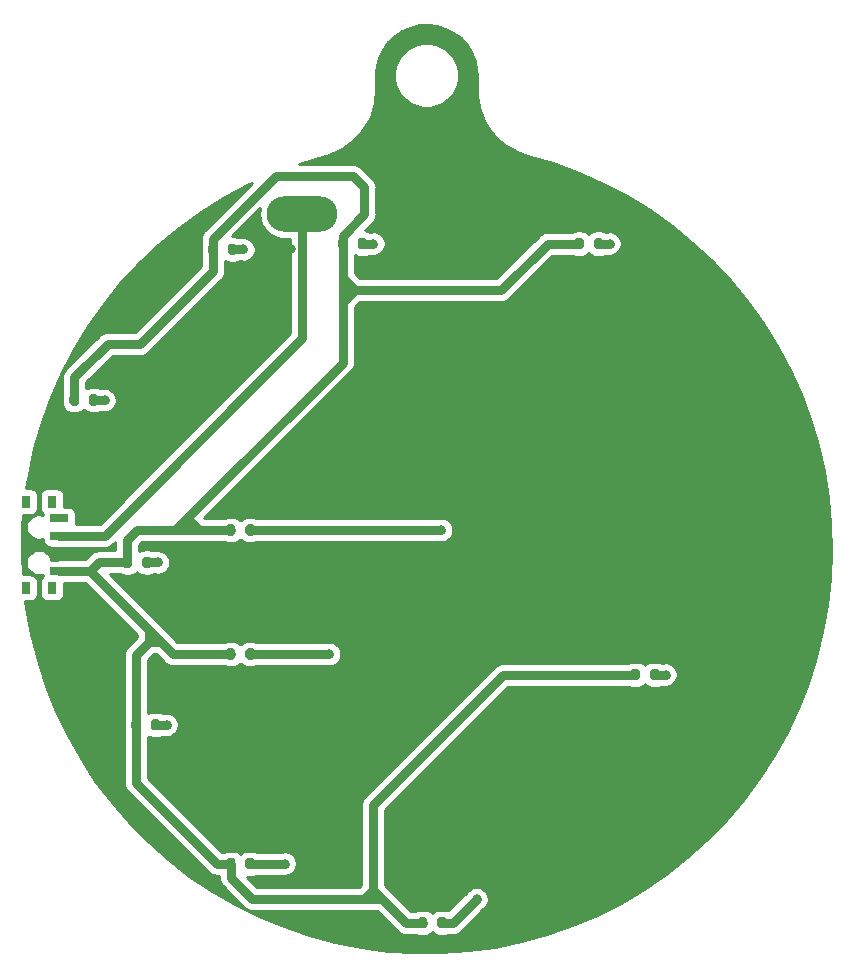
<source format=gbr>
%TF.GenerationSoftware,KiCad,Pcbnew,(5.1.10)-1*%
%TF.CreationDate,2021-10-20T07:52:06+02:00*%
%TF.ProjectId,TVZ_kuglica,54565a5f-6b75-4676-9c69-63612e6b6963,rev?*%
%TF.SameCoordinates,Original*%
%TF.FileFunction,Copper,L2,Bot*%
%TF.FilePolarity,Positive*%
%FSLAX46Y46*%
G04 Gerber Fmt 4.6, Leading zero omitted, Abs format (unit mm)*
G04 Created by KiCad (PCBNEW (5.1.10)-1) date 2021-10-20 07:52:06*
%MOMM*%
%LPD*%
G01*
G04 APERTURE LIST*
%TA.AperFunction,SMDPad,CuDef*%
%ADD10O,6.000000X3.000000*%
%TD*%
%TA.AperFunction,SMDPad,CuDef*%
%ADD11R,1.500000X0.700000*%
%TD*%
%TA.AperFunction,SMDPad,CuDef*%
%ADD12R,0.800000X1.000000*%
%TD*%
%TA.AperFunction,ViaPad*%
%ADD13C,0.800000*%
%TD*%
%TA.AperFunction,Conductor*%
%ADD14C,0.762000*%
%TD*%
%TA.AperFunction,Conductor*%
%ADD15C,0.254000*%
%TD*%
%TA.AperFunction,Conductor*%
%ADD16C,0.100000*%
%TD*%
G04 APERTURE END LIST*
D10*
%TO.P,BT1,1*%
%TO.N,VCC*%
X126500000Y-71750000D03*
%TO.P,BT1,2*%
%TO.N,GND*%
X145500000Y-71750000D03*
%TD*%
D11*
%TO.P,SW1,1*%
%TO.N,Net-(R1-Pad1)*%
X105930000Y-102000000D03*
%TO.P,SW1,2*%
%TO.N,VCC*%
X105930000Y-99000000D03*
%TO.P,SW1,3*%
%TO.N,Net-(SW1-Pad3)*%
X105930000Y-97500000D03*
D12*
%TO.P,SW1,*%
%TO.N,*%
X103070000Y-103400000D03*
X103070000Y-96100000D03*
X105280000Y-96100000D03*
X105280000Y-103400000D03*
%TD*%
%TO.P,R1,1*%
%TO.N,Net-(R1-Pad1)*%
%TA.AperFunction,SMDPad,CuDef*%
G36*
G01*
X106775000Y-87775000D02*
X106775000Y-87225000D01*
G75*
G02*
X106975000Y-87025000I200000J0D01*
G01*
X107375000Y-87025000D01*
G75*
G02*
X107575000Y-87225000I0J-200000D01*
G01*
X107575000Y-87775000D01*
G75*
G02*
X107375000Y-87975000I-200000J0D01*
G01*
X106975000Y-87975000D01*
G75*
G02*
X106775000Y-87775000I0J200000D01*
G01*
G37*
%TD.AperFunction*%
%TO.P,R1,2*%
%TO.N,Net-(D1-Pad1)*%
%TA.AperFunction,SMDPad,CuDef*%
G36*
G01*
X108425000Y-87775000D02*
X108425000Y-87225000D01*
G75*
G02*
X108625000Y-87025000I200000J0D01*
G01*
X109025000Y-87025000D01*
G75*
G02*
X109225000Y-87225000I0J-200000D01*
G01*
X109225000Y-87775000D01*
G75*
G02*
X109025000Y-87975000I-200000J0D01*
G01*
X108625000Y-87975000D01*
G75*
G02*
X108425000Y-87775000I0J200000D01*
G01*
G37*
%TD.AperFunction*%
%TD*%
%TO.P,R2,2*%
%TO.N,Net-(D2-Pad1)*%
%TA.AperFunction,SMDPad,CuDef*%
G36*
G01*
X120175000Y-75025000D02*
X120175000Y-74475000D01*
G75*
G02*
X120375000Y-74275000I200000J0D01*
G01*
X120775000Y-74275000D01*
G75*
G02*
X120975000Y-74475000I0J-200000D01*
G01*
X120975000Y-75025000D01*
G75*
G02*
X120775000Y-75225000I-200000J0D01*
G01*
X120375000Y-75225000D01*
G75*
G02*
X120175000Y-75025000I0J200000D01*
G01*
G37*
%TD.AperFunction*%
%TO.P,R2,1*%
%TO.N,Net-(R1-Pad1)*%
%TA.AperFunction,SMDPad,CuDef*%
G36*
G01*
X118525000Y-75025000D02*
X118525000Y-74475000D01*
G75*
G02*
X118725000Y-74275000I200000J0D01*
G01*
X119125000Y-74275000D01*
G75*
G02*
X119325000Y-74475000I0J-200000D01*
G01*
X119325000Y-75025000D01*
G75*
G02*
X119125000Y-75225000I-200000J0D01*
G01*
X118725000Y-75225000D01*
G75*
G02*
X118525000Y-75025000I0J200000D01*
G01*
G37*
%TD.AperFunction*%
%TD*%
%TO.P,R3,1*%
%TO.N,Net-(R1-Pad1)*%
%TA.AperFunction,SMDPad,CuDef*%
G36*
G01*
X149525000Y-74525000D02*
X149525000Y-73975000D01*
G75*
G02*
X149725000Y-73775000I200000J0D01*
G01*
X150125000Y-73775000D01*
G75*
G02*
X150325000Y-73975000I0J-200000D01*
G01*
X150325000Y-74525000D01*
G75*
G02*
X150125000Y-74725000I-200000J0D01*
G01*
X149725000Y-74725000D01*
G75*
G02*
X149525000Y-74525000I0J200000D01*
G01*
G37*
%TD.AperFunction*%
%TO.P,R3,2*%
%TO.N,Net-(D3-Pad1)*%
%TA.AperFunction,SMDPad,CuDef*%
G36*
G01*
X151175000Y-74525000D02*
X151175000Y-73975000D01*
G75*
G02*
X151375000Y-73775000I200000J0D01*
G01*
X151775000Y-73775000D01*
G75*
G02*
X151975000Y-73975000I0J-200000D01*
G01*
X151975000Y-74525000D01*
G75*
G02*
X151775000Y-74725000I-200000J0D01*
G01*
X151375000Y-74725000D01*
G75*
G02*
X151175000Y-74525000I0J200000D01*
G01*
G37*
%TD.AperFunction*%
%TD*%
%TO.P,R4,2*%
%TO.N,Net-(D4-Pad1)*%
%TA.AperFunction,SMDPad,CuDef*%
G36*
G01*
X121675000Y-109275000D02*
X121675000Y-108725000D01*
G75*
G02*
X121875000Y-108525000I200000J0D01*
G01*
X122275000Y-108525000D01*
G75*
G02*
X122475000Y-108725000I0J-200000D01*
G01*
X122475000Y-109275000D01*
G75*
G02*
X122275000Y-109475000I-200000J0D01*
G01*
X121875000Y-109475000D01*
G75*
G02*
X121675000Y-109275000I0J200000D01*
G01*
G37*
%TD.AperFunction*%
%TO.P,R4,1*%
%TO.N,Net-(R1-Pad1)*%
%TA.AperFunction,SMDPad,CuDef*%
G36*
G01*
X120025000Y-109275000D02*
X120025000Y-108725000D01*
G75*
G02*
X120225000Y-108525000I200000J0D01*
G01*
X120625000Y-108525000D01*
G75*
G02*
X120825000Y-108725000I0J-200000D01*
G01*
X120825000Y-109275000D01*
G75*
G02*
X120625000Y-109475000I-200000J0D01*
G01*
X120225000Y-109475000D01*
G75*
G02*
X120025000Y-109275000I0J200000D01*
G01*
G37*
%TD.AperFunction*%
%TD*%
%TO.P,R5,1*%
%TO.N,Net-(R1-Pad1)*%
%TA.AperFunction,SMDPad,CuDef*%
G36*
G01*
X112025000Y-115275000D02*
X112025000Y-114725000D01*
G75*
G02*
X112225000Y-114525000I200000J0D01*
G01*
X112625000Y-114525000D01*
G75*
G02*
X112825000Y-114725000I0J-200000D01*
G01*
X112825000Y-115275000D01*
G75*
G02*
X112625000Y-115475000I-200000J0D01*
G01*
X112225000Y-115475000D01*
G75*
G02*
X112025000Y-115275000I0J200000D01*
G01*
G37*
%TD.AperFunction*%
%TO.P,R5,2*%
%TO.N,Net-(D5-Pad1)*%
%TA.AperFunction,SMDPad,CuDef*%
G36*
G01*
X113675000Y-115275000D02*
X113675000Y-114725000D01*
G75*
G02*
X113875000Y-114525000I200000J0D01*
G01*
X114275000Y-114525000D01*
G75*
G02*
X114475000Y-114725000I0J-200000D01*
G01*
X114475000Y-115275000D01*
G75*
G02*
X114275000Y-115475000I-200000J0D01*
G01*
X113875000Y-115475000D01*
G75*
G02*
X113675000Y-115275000I0J200000D01*
G01*
G37*
%TD.AperFunction*%
%TD*%
%TO.P,R6,2*%
%TO.N,Net-(D6-Pad1)*%
%TA.AperFunction,SMDPad,CuDef*%
G36*
G01*
X112925000Y-101525000D02*
X112925000Y-100975000D01*
G75*
G02*
X113125000Y-100775000I200000J0D01*
G01*
X113525000Y-100775000D01*
G75*
G02*
X113725000Y-100975000I0J-200000D01*
G01*
X113725000Y-101525000D01*
G75*
G02*
X113525000Y-101725000I-200000J0D01*
G01*
X113125000Y-101725000D01*
G75*
G02*
X112925000Y-101525000I0J200000D01*
G01*
G37*
%TD.AperFunction*%
%TO.P,R6,1*%
%TO.N,Net-(R1-Pad1)*%
%TA.AperFunction,SMDPad,CuDef*%
G36*
G01*
X111275000Y-101525000D02*
X111275000Y-100975000D01*
G75*
G02*
X111475000Y-100775000I200000J0D01*
G01*
X111875000Y-100775000D01*
G75*
G02*
X112075000Y-100975000I0J-200000D01*
G01*
X112075000Y-101525000D01*
G75*
G02*
X111875000Y-101725000I-200000J0D01*
G01*
X111475000Y-101725000D01*
G75*
G02*
X111275000Y-101525000I0J200000D01*
G01*
G37*
%TD.AperFunction*%
%TD*%
%TO.P,R7,1*%
%TO.N,Net-(R1-Pad1)*%
%TA.AperFunction,SMDPad,CuDef*%
G36*
G01*
X136275000Y-132025000D02*
X136275000Y-131475000D01*
G75*
G02*
X136475000Y-131275000I200000J0D01*
G01*
X136875000Y-131275000D01*
G75*
G02*
X137075000Y-131475000I0J-200000D01*
G01*
X137075000Y-132025000D01*
G75*
G02*
X136875000Y-132225000I-200000J0D01*
G01*
X136475000Y-132225000D01*
G75*
G02*
X136275000Y-132025000I0J200000D01*
G01*
G37*
%TD.AperFunction*%
%TO.P,R7,2*%
%TO.N,Net-(D7-Pad1)*%
%TA.AperFunction,SMDPad,CuDef*%
G36*
G01*
X137925000Y-132025000D02*
X137925000Y-131475000D01*
G75*
G02*
X138125000Y-131275000I200000J0D01*
G01*
X138525000Y-131275000D01*
G75*
G02*
X138725000Y-131475000I0J-200000D01*
G01*
X138725000Y-132025000D01*
G75*
G02*
X138525000Y-132225000I-200000J0D01*
G01*
X138125000Y-132225000D01*
G75*
G02*
X137925000Y-132025000I0J200000D01*
G01*
G37*
%TD.AperFunction*%
%TD*%
%TO.P,R8,2*%
%TO.N,Net-(D8-Pad1)*%
%TA.AperFunction,SMDPad,CuDef*%
G36*
G01*
X155925000Y-111025000D02*
X155925000Y-110475000D01*
G75*
G02*
X156125000Y-110275000I200000J0D01*
G01*
X156525000Y-110275000D01*
G75*
G02*
X156725000Y-110475000I0J-200000D01*
G01*
X156725000Y-111025000D01*
G75*
G02*
X156525000Y-111225000I-200000J0D01*
G01*
X156125000Y-111225000D01*
G75*
G02*
X155925000Y-111025000I0J200000D01*
G01*
G37*
%TD.AperFunction*%
%TO.P,R8,1*%
%TO.N,Net-(R1-Pad1)*%
%TA.AperFunction,SMDPad,CuDef*%
G36*
G01*
X154275000Y-111025000D02*
X154275000Y-110475000D01*
G75*
G02*
X154475000Y-110275000I200000J0D01*
G01*
X154875000Y-110275000D01*
G75*
G02*
X155075000Y-110475000I0J-200000D01*
G01*
X155075000Y-111025000D01*
G75*
G02*
X154875000Y-111225000I-200000J0D01*
G01*
X154475000Y-111225000D01*
G75*
G02*
X154275000Y-111025000I0J200000D01*
G01*
G37*
%TD.AperFunction*%
%TD*%
%TO.P,R9,1*%
%TO.N,Net-(R1-Pad1)*%
%TA.AperFunction,SMDPad,CuDef*%
G36*
G01*
X129525000Y-74525000D02*
X129525000Y-73975000D01*
G75*
G02*
X129725000Y-73775000I200000J0D01*
G01*
X130125000Y-73775000D01*
G75*
G02*
X130325000Y-73975000I0J-200000D01*
G01*
X130325000Y-74525000D01*
G75*
G02*
X130125000Y-74725000I-200000J0D01*
G01*
X129725000Y-74725000D01*
G75*
G02*
X129525000Y-74525000I0J200000D01*
G01*
G37*
%TD.AperFunction*%
%TO.P,R9,2*%
%TO.N,Net-(D9-Pad1)*%
%TA.AperFunction,SMDPad,CuDef*%
G36*
G01*
X131175000Y-74525000D02*
X131175000Y-73975000D01*
G75*
G02*
X131375000Y-73775000I200000J0D01*
G01*
X131775000Y-73775000D01*
G75*
G02*
X131975000Y-73975000I0J-200000D01*
G01*
X131975000Y-74525000D01*
G75*
G02*
X131775000Y-74725000I-200000J0D01*
G01*
X131375000Y-74725000D01*
G75*
G02*
X131175000Y-74525000I0J200000D01*
G01*
G37*
%TD.AperFunction*%
%TD*%
%TO.P,R10,2*%
%TO.N,Net-(D10-Pad1)*%
%TA.AperFunction,SMDPad,CuDef*%
G36*
G01*
X121675000Y-98775000D02*
X121675000Y-98225000D01*
G75*
G02*
X121875000Y-98025000I200000J0D01*
G01*
X122275000Y-98025000D01*
G75*
G02*
X122475000Y-98225000I0J-200000D01*
G01*
X122475000Y-98775000D01*
G75*
G02*
X122275000Y-98975000I-200000J0D01*
G01*
X121875000Y-98975000D01*
G75*
G02*
X121675000Y-98775000I0J200000D01*
G01*
G37*
%TD.AperFunction*%
%TO.P,R10,1*%
%TO.N,Net-(R1-Pad1)*%
%TA.AperFunction,SMDPad,CuDef*%
G36*
G01*
X120025000Y-98775000D02*
X120025000Y-98225000D01*
G75*
G02*
X120225000Y-98025000I200000J0D01*
G01*
X120625000Y-98025000D01*
G75*
G02*
X120825000Y-98225000I0J-200000D01*
G01*
X120825000Y-98775000D01*
G75*
G02*
X120625000Y-98975000I-200000J0D01*
G01*
X120225000Y-98975000D01*
G75*
G02*
X120025000Y-98775000I0J200000D01*
G01*
G37*
%TD.AperFunction*%
%TD*%
%TO.P,R11,1*%
%TO.N,Net-(R1-Pad1)*%
%TA.AperFunction,SMDPad,CuDef*%
G36*
G01*
X120025000Y-127025000D02*
X120025000Y-126475000D01*
G75*
G02*
X120225000Y-126275000I200000J0D01*
G01*
X120625000Y-126275000D01*
G75*
G02*
X120825000Y-126475000I0J-200000D01*
G01*
X120825000Y-127025000D01*
G75*
G02*
X120625000Y-127225000I-200000J0D01*
G01*
X120225000Y-127225000D01*
G75*
G02*
X120025000Y-127025000I0J200000D01*
G01*
G37*
%TD.AperFunction*%
%TO.P,R11,2*%
%TO.N,Net-(D11-Pad1)*%
%TA.AperFunction,SMDPad,CuDef*%
G36*
G01*
X121675000Y-127025000D02*
X121675000Y-126475000D01*
G75*
G02*
X121875000Y-126275000I200000J0D01*
G01*
X122275000Y-126275000D01*
G75*
G02*
X122475000Y-126475000I0J-200000D01*
G01*
X122475000Y-127025000D01*
G75*
G02*
X122275000Y-127225000I-200000J0D01*
G01*
X121875000Y-127225000D01*
G75*
G02*
X121675000Y-127025000I0J200000D01*
G01*
G37*
%TD.AperFunction*%
%TD*%
D13*
%TO.N,Net-(D1-Pad1)*%
X109750000Y-87500000D03*
%TO.N,GND*%
X156500000Y-74250000D03*
X136500000Y-74250000D03*
X125500000Y-74750000D03*
X113750000Y-87500000D03*
X118250000Y-101250000D03*
X142250000Y-98500000D03*
X132750000Y-109000000D03*
X119000000Y-115000000D03*
X129000000Y-126750000D03*
X145250000Y-129750000D03*
X161250000Y-110750000D03*
X139250000Y-93000000D03*
X116000000Y-84750000D03*
X116000000Y-75250000D03*
X140000000Y-74500000D03*
X157750000Y-91250000D03*
X136000000Y-105000000D03*
X117250000Y-104000000D03*
X107500000Y-107250000D03*
X134250000Y-116000000D03*
X147500000Y-116750000D03*
X165500000Y-104000000D03*
X160500000Y-115250000D03*
X143250000Y-124250000D03*
X157250000Y-125000000D03*
X129750000Y-132000000D03*
X120000000Y-123750000D03*
%TO.N,Net-(D2-Pad1)*%
X121500000Y-74750000D03*
%TO.N,Net-(D3-Pad1)*%
X152500000Y-74250000D03*
%TO.N,Net-(D4-Pad1)*%
X128750000Y-109000000D03*
%TO.N,Net-(D5-Pad1)*%
X115000000Y-115000000D03*
%TO.N,Net-(D6-Pad1)*%
X114250000Y-101250000D03*
%TO.N,Net-(D7-Pad1)*%
X141250000Y-129750000D03*
%TO.N,Net-(D8-Pad1)*%
X157250000Y-110750000D03*
%TO.N,Net-(D9-Pad1)*%
X132500000Y-74250000D03*
%TO.N,Net-(D10-Pad1)*%
X138250000Y-98500000D03*
%TO.N,Net-(D11-Pad1)*%
X125000000Y-126750000D03*
%TD*%
D14*
%TO.N,Net-(D1-Pad1)*%
X108825000Y-87500000D02*
X109750000Y-87500000D01*
%TO.N,VCC*%
X109750000Y-99000000D02*
X126500000Y-82250000D01*
X105930000Y-99000000D02*
X109750000Y-99000000D01*
X126500000Y-71750000D02*
X126500000Y-82250000D01*
%TO.N,Net-(D2-Pad1)*%
X120575000Y-74750000D02*
X121500000Y-74750000D01*
%TO.N,Net-(D3-Pad1)*%
X151575000Y-74250000D02*
X152500000Y-74250000D01*
%TO.N,Net-(D4-Pad1)*%
X128750000Y-109000000D02*
X122075000Y-109000000D01*
%TO.N,Net-(D5-Pad1)*%
X114075000Y-115000000D02*
X115000000Y-115000000D01*
%TO.N,Net-(D6-Pad1)*%
X113325000Y-101250000D02*
X114250000Y-101250000D01*
%TO.N,Net-(D7-Pad1)*%
X139250000Y-131750000D02*
X141250000Y-129750000D01*
X138325000Y-131750000D02*
X139250000Y-131750000D01*
%TO.N,Net-(D8-Pad1)*%
X157250000Y-110750000D02*
X156325000Y-110750000D01*
%TO.N,Net-(D9-Pad1)*%
X131575000Y-74250000D02*
X132500000Y-74250000D01*
%TO.N,Net-(D10-Pad1)*%
X122075000Y-98500000D02*
X138250000Y-98500000D01*
%TO.N,Net-(D11-Pad1)*%
X122075000Y-126750000D02*
X125000000Y-126750000D01*
%TO.N,Net-(R1-Pad1)*%
X105930000Y-102000000D02*
X108500000Y-102000000D01*
X109250000Y-101250000D02*
X111675000Y-101250000D01*
X108500000Y-102000000D02*
X109250000Y-101250000D01*
X115500000Y-109000000D02*
X120425000Y-109000000D01*
X112425000Y-115000000D02*
X112425000Y-109075000D01*
X113500000Y-107000000D02*
X113500000Y-108000000D01*
X113500000Y-108000000D02*
X114000000Y-107500000D01*
X112425000Y-109075000D02*
X113500000Y-108000000D01*
X108500000Y-102000000D02*
X113500000Y-107000000D01*
X113500000Y-107000000D02*
X114000000Y-107500000D01*
X113500000Y-108000000D02*
X114500000Y-108000000D01*
X114500000Y-108000000D02*
X115500000Y-109000000D01*
X114000000Y-107500000D02*
X114500000Y-108000000D01*
X120425000Y-126750000D02*
X119250000Y-126750000D01*
X112425000Y-119925000D02*
X112425000Y-115000000D01*
X119250000Y-126750000D02*
X112425000Y-119925000D01*
X120425000Y-127925000D02*
X120425000Y-126750000D01*
X122250000Y-129750000D02*
X120425000Y-127925000D01*
X154675000Y-110750000D02*
X143500000Y-110750000D01*
X143500000Y-110750000D02*
X132500000Y-121750000D01*
X131750000Y-129750000D02*
X132500000Y-129000000D01*
X131500000Y-129750000D02*
X131750000Y-129750000D01*
X132500000Y-129000000D02*
X132500000Y-129750000D01*
X132500000Y-129750000D02*
X131500000Y-129750000D01*
X132500000Y-121750000D02*
X132500000Y-129000000D01*
X131500000Y-129750000D02*
X122250000Y-129750000D01*
X132500000Y-129000000D02*
X133250000Y-129750000D01*
X133250000Y-129750000D02*
X132500000Y-129750000D01*
X111675000Y-99325000D02*
X111675000Y-101250000D01*
X112500000Y-98500000D02*
X111675000Y-99325000D01*
X116750000Y-98500000D02*
X116750000Y-97500000D01*
X116750000Y-97500000D02*
X129925000Y-84325000D01*
X147250000Y-74250000D02*
X149925000Y-74250000D01*
X143325000Y-78175000D02*
X147250000Y-74250000D01*
X130925000Y-78175000D02*
X129925000Y-77175000D01*
X129925000Y-77175000D02*
X129925000Y-74250000D01*
X129925000Y-78175000D02*
X129925000Y-77175000D01*
X129925000Y-78175000D02*
X130925000Y-78175000D01*
X130925000Y-78175000D02*
X143325000Y-78175000D01*
X130925000Y-78175000D02*
X129925000Y-79175000D01*
X129925000Y-79175000D02*
X129925000Y-78175000D01*
X129925000Y-84325000D02*
X129925000Y-79175000D01*
X115750000Y-98500000D02*
X112500000Y-98500000D01*
X116750000Y-97500000D02*
X115750000Y-98500000D01*
X116750000Y-98500000D02*
X115750000Y-98500000D01*
X116750000Y-97500000D02*
X117750000Y-98500000D01*
X117750000Y-98500000D02*
X116750000Y-98500000D01*
X120425000Y-98500000D02*
X117750000Y-98500000D01*
X135250000Y-131750000D02*
X133250000Y-129750000D01*
X136675000Y-131750000D02*
X135250000Y-131750000D01*
X129925000Y-74250000D02*
X129925000Y-73575000D01*
X129925000Y-73575000D02*
X131750000Y-71750000D01*
X131750000Y-71750000D02*
X131750000Y-69500000D01*
X131750000Y-69500000D02*
X130750000Y-68500000D01*
X130750000Y-68500000D02*
X124250000Y-68500000D01*
X118925000Y-73825000D02*
X118925000Y-74750000D01*
X124250000Y-68500000D02*
X118925000Y-73825000D01*
X118925000Y-74750000D02*
X118925000Y-76575000D01*
X118925000Y-76575000D02*
X112750000Y-82750000D01*
X112750000Y-82750000D02*
X110000000Y-82750000D01*
X107175000Y-85575000D02*
X107175000Y-87500000D01*
X110000000Y-82750000D02*
X107175000Y-85575000D01*
%TD*%
D15*
%TO.N,GND*%
X137886138Y-55831059D02*
X138610388Y-56053867D01*
X139283738Y-56401409D01*
X139884901Y-56862699D01*
X140394872Y-57423149D01*
X140797540Y-58065057D01*
X141080170Y-58768122D01*
X141236190Y-59521513D01*
X141265000Y-60021169D01*
X141265001Y-61306272D01*
X141266298Y-61319440D01*
X141278413Y-61656049D01*
X141278863Y-61659632D01*
X141278707Y-61663242D01*
X141287438Y-61747410D01*
X141429908Y-62624862D01*
X141435629Y-62647269D01*
X141438736Y-62670183D01*
X141462234Y-62751474D01*
X141757835Y-63589830D01*
X141767433Y-63610870D01*
X141774549Y-63632871D01*
X141812059Y-63708691D01*
X141812071Y-63708717D01*
X141812077Y-63708725D01*
X142251461Y-64481476D01*
X142264630Y-64500478D01*
X142275533Y-64520879D01*
X142325894Y-64588881D01*
X142895182Y-65271616D01*
X142911512Y-65287990D01*
X142925851Y-65306132D01*
X142987458Y-65364142D01*
X143668651Y-65935276D01*
X143687625Y-65948502D01*
X143704950Y-65963817D01*
X143775855Y-66010000D01*
X144547423Y-66451478D01*
X144568436Y-66461133D01*
X144588200Y-66473139D01*
X144666163Y-66506036D01*
X145503715Y-66803905D01*
X145508021Y-66805017D01*
X145525587Y-66811299D01*
X145542755Y-66816572D01*
X147746053Y-67464098D01*
X149878711Y-68247813D01*
X151954729Y-69171140D01*
X153965017Y-70230036D01*
X155900673Y-71419812D01*
X157753239Y-72735268D01*
X159514561Y-74170616D01*
X161176886Y-75719540D01*
X162732884Y-77375207D01*
X164175738Y-79130360D01*
X165499106Y-80977290D01*
X166697162Y-82907865D01*
X167764630Y-84913581D01*
X168696830Y-86985643D01*
X169489658Y-89114933D01*
X170139624Y-91292080D01*
X170643873Y-93507517D01*
X171000188Y-95751501D01*
X171207004Y-98014175D01*
X171263407Y-100285560D01*
X171169153Y-102555700D01*
X170924654Y-104814605D01*
X170530986Y-107052337D01*
X169989882Y-109259064D01*
X169303718Y-111425077D01*
X168475512Y-113540851D01*
X167508906Y-115597090D01*
X166408155Y-117584736D01*
X165178083Y-119495080D01*
X163824120Y-121319689D01*
X162352204Y-123050560D01*
X160768823Y-124680064D01*
X159080926Y-126201055D01*
X157295931Y-127606843D01*
X155421695Y-128891239D01*
X153466456Y-130048599D01*
X151438820Y-131073832D01*
X149347702Y-131962428D01*
X147202263Y-132710493D01*
X145011999Y-133314718D01*
X142786467Y-133772464D01*
X140535523Y-134081705D01*
X138269022Y-134241089D01*
X135996953Y-134249911D01*
X133729262Y-134108134D01*
X131475992Y-133816385D01*
X129246983Y-133375938D01*
X127052076Y-132788738D01*
X124900917Y-132057366D01*
X122802939Y-131185029D01*
X120767401Y-130175574D01*
X118803237Y-129033435D01*
X116919085Y-127763634D01*
X115123223Y-126371749D01*
X113423564Y-124863914D01*
X111827572Y-123246751D01*
X110342263Y-121527368D01*
X108974171Y-119713331D01*
X107729304Y-117812605D01*
X106613144Y-115833557D01*
X105630601Y-113784897D01*
X104785986Y-111675609D01*
X104083026Y-109515005D01*
X103524797Y-107312547D01*
X103113763Y-105077935D01*
X103051083Y-104538072D01*
X103470000Y-104538072D01*
X103594482Y-104525812D01*
X103714180Y-104489502D01*
X103824494Y-104430537D01*
X103921185Y-104351185D01*
X104000537Y-104254494D01*
X104059502Y-104144180D01*
X104095812Y-104024482D01*
X104108072Y-103900000D01*
X104108072Y-102900000D01*
X104095812Y-102775518D01*
X104059502Y-102655820D01*
X104000537Y-102545506D01*
X103921185Y-102448815D01*
X103824494Y-102369463D01*
X103714180Y-102310498D01*
X103594482Y-102274188D01*
X103470000Y-102261928D01*
X102824164Y-102261928D01*
X102739845Y-100551658D01*
X102778607Y-98279882D01*
X102865678Y-97238072D01*
X103470000Y-97238072D01*
X103594482Y-97225812D01*
X103714180Y-97189502D01*
X103824494Y-97130537D01*
X103921185Y-97051185D01*
X104000537Y-96954494D01*
X104059502Y-96844180D01*
X104095812Y-96724482D01*
X104108072Y-96600000D01*
X104108072Y-95600000D01*
X104095812Y-95475518D01*
X104059502Y-95355820D01*
X104000537Y-95245506D01*
X103921185Y-95148815D01*
X103824494Y-95069463D01*
X103714180Y-95010498D01*
X103594482Y-94974188D01*
X103470000Y-94961928D01*
X103126785Y-94961928D01*
X103306719Y-93768999D01*
X103793749Y-91549706D01*
X104426782Y-89367594D01*
X105203052Y-87232203D01*
X106119133Y-85152960D01*
X107170992Y-83139015D01*
X108354015Y-81199200D01*
X109663000Y-79342048D01*
X111092189Y-77575730D01*
X112635284Y-75908027D01*
X114285522Y-74346247D01*
X116035631Y-72897273D01*
X117877934Y-71567463D01*
X119804304Y-70362683D01*
X121806298Y-69288211D01*
X122206825Y-69106335D01*
X118241872Y-73071288D01*
X118203104Y-73103104D01*
X118076140Y-73257810D01*
X117981798Y-73434314D01*
X117934306Y-73590874D01*
X117923702Y-73625830D01*
X117904085Y-73825000D01*
X117909000Y-73874903D01*
X117909001Y-74291821D01*
X117903031Y-74311500D01*
X117886928Y-74475000D01*
X117886928Y-75025000D01*
X117903031Y-75188500D01*
X117909000Y-75208178D01*
X117909001Y-76154158D01*
X112329160Y-81734000D01*
X110049893Y-81734000D01*
X109999999Y-81729086D01*
X109950105Y-81734000D01*
X109950098Y-81734000D01*
X109800829Y-81748702D01*
X109609313Y-81806798D01*
X109432810Y-81901140D01*
X109278104Y-82028104D01*
X109246293Y-82066866D01*
X106491872Y-84821288D01*
X106453104Y-84853104D01*
X106326140Y-85007810D01*
X106231798Y-85184314D01*
X106173702Y-85375829D01*
X106173702Y-85375830D01*
X106154085Y-85575000D01*
X106159000Y-85624902D01*
X106159001Y-87041820D01*
X106153031Y-87061500D01*
X106136928Y-87225000D01*
X106136928Y-87775000D01*
X106153031Y-87938500D01*
X106200722Y-88095716D01*
X106278169Y-88240608D01*
X106382394Y-88367606D01*
X106509392Y-88471831D01*
X106654284Y-88549278D01*
X106811500Y-88596969D01*
X106975000Y-88613072D01*
X107375000Y-88613072D01*
X107538500Y-88596969D01*
X107695716Y-88549278D01*
X107840608Y-88471831D01*
X107967606Y-88367606D01*
X108000000Y-88328134D01*
X108032394Y-88367606D01*
X108159392Y-88471831D01*
X108304284Y-88549278D01*
X108461500Y-88596969D01*
X108625000Y-88613072D01*
X109025000Y-88613072D01*
X109188500Y-88596969D01*
X109345716Y-88549278D01*
X109407974Y-88516000D01*
X109552541Y-88516000D01*
X109648061Y-88535000D01*
X109851939Y-88535000D01*
X110051898Y-88495226D01*
X110240256Y-88417205D01*
X110409774Y-88303937D01*
X110553937Y-88159774D01*
X110667205Y-87990256D01*
X110745226Y-87801898D01*
X110785000Y-87601939D01*
X110785000Y-87398061D01*
X110745226Y-87198102D01*
X110667205Y-87009744D01*
X110553937Y-86840226D01*
X110409774Y-86696063D01*
X110240256Y-86582795D01*
X110051898Y-86504774D01*
X109851939Y-86465000D01*
X109648061Y-86465000D01*
X109552541Y-86484000D01*
X109407974Y-86484000D01*
X109345716Y-86450722D01*
X109188500Y-86403031D01*
X109025000Y-86386928D01*
X108625000Y-86386928D01*
X108461500Y-86403031D01*
X108304284Y-86450722D01*
X108191000Y-86511274D01*
X108191000Y-85995840D01*
X110420841Y-83766000D01*
X112700098Y-83766000D01*
X112750000Y-83770915D01*
X112799902Y-83766000D01*
X112949171Y-83751298D01*
X113140687Y-83693202D01*
X113317190Y-83598860D01*
X113471896Y-83471896D01*
X113503712Y-83433128D01*
X119608133Y-77328708D01*
X119646896Y-77296896D01*
X119773860Y-77142190D01*
X119868202Y-76965687D01*
X119926298Y-76774171D01*
X119941000Y-76624902D01*
X119945915Y-76575000D01*
X119941000Y-76525098D01*
X119941000Y-75738726D01*
X120054284Y-75799278D01*
X120211500Y-75846969D01*
X120375000Y-75863072D01*
X120775000Y-75863072D01*
X120938500Y-75846969D01*
X121095716Y-75799278D01*
X121157974Y-75766000D01*
X121302541Y-75766000D01*
X121398061Y-75785000D01*
X121601939Y-75785000D01*
X121801898Y-75745226D01*
X121990256Y-75667205D01*
X122159774Y-75553937D01*
X122303937Y-75409774D01*
X122417205Y-75240256D01*
X122495226Y-75051898D01*
X122535000Y-74851939D01*
X122535000Y-74648061D01*
X122495226Y-74448102D01*
X122417205Y-74259744D01*
X122303937Y-74090226D01*
X122159774Y-73946063D01*
X121990256Y-73832795D01*
X121801898Y-73754774D01*
X121601939Y-73715000D01*
X121398061Y-73715000D01*
X121302541Y-73734000D01*
X121157974Y-73734000D01*
X121095716Y-73700722D01*
X120938500Y-73653031D01*
X120775000Y-73636928D01*
X120549912Y-73636928D01*
X122913535Y-71273305D01*
X122895892Y-71331467D01*
X122854670Y-71750000D01*
X122895892Y-72168533D01*
X123017974Y-72570982D01*
X123216223Y-72941881D01*
X123483023Y-73266977D01*
X123808119Y-73533777D01*
X124179018Y-73732026D01*
X124581467Y-73854108D01*
X124895118Y-73885000D01*
X125484000Y-73885000D01*
X125484001Y-81829158D01*
X109329160Y-97984000D01*
X107302925Y-97984000D01*
X107305812Y-97974482D01*
X107318072Y-97850000D01*
X107318072Y-97150000D01*
X107305812Y-97025518D01*
X107269502Y-96905820D01*
X107210537Y-96795506D01*
X107131185Y-96698815D01*
X107034494Y-96619463D01*
X106924180Y-96560498D01*
X106804482Y-96524188D01*
X106680000Y-96511928D01*
X106318072Y-96511928D01*
X106318072Y-95600000D01*
X106305812Y-95475518D01*
X106269502Y-95355820D01*
X106210537Y-95245506D01*
X106131185Y-95148815D01*
X106034494Y-95069463D01*
X105924180Y-95010498D01*
X105804482Y-94974188D01*
X105680000Y-94961928D01*
X104880000Y-94961928D01*
X104755518Y-94974188D01*
X104635820Y-95010498D01*
X104525506Y-95069463D01*
X104428815Y-95148815D01*
X104349463Y-95245506D01*
X104290498Y-95355820D01*
X104254188Y-95475518D01*
X104241928Y-95600000D01*
X104241928Y-96600000D01*
X104254188Y-96724482D01*
X104290498Y-96844180D01*
X104349463Y-96954494D01*
X104428815Y-97051185D01*
X104525506Y-97130537D01*
X104542928Y-97139849D01*
X104541928Y-97150000D01*
X104541928Y-97229662D01*
X104486483Y-97206696D01*
X104276863Y-97165000D01*
X104063137Y-97165000D01*
X103853517Y-97206696D01*
X103656060Y-97288485D01*
X103478353Y-97407225D01*
X103327225Y-97558353D01*
X103208485Y-97736060D01*
X103126696Y-97933517D01*
X103085000Y-98143137D01*
X103085000Y-98356863D01*
X103126696Y-98566483D01*
X103208485Y-98763940D01*
X103327225Y-98941647D01*
X103478353Y-99092775D01*
X103656060Y-99211515D01*
X103853517Y-99293304D01*
X104063137Y-99335000D01*
X104276863Y-99335000D01*
X104486483Y-99293304D01*
X104541928Y-99270338D01*
X104541928Y-99350000D01*
X104554188Y-99474482D01*
X104590498Y-99594180D01*
X104649463Y-99704494D01*
X104728815Y-99801185D01*
X104825506Y-99880537D01*
X104935820Y-99939502D01*
X105055518Y-99975812D01*
X105180000Y-99988072D01*
X105687229Y-99988072D01*
X105730829Y-100001298D01*
X105880098Y-100016000D01*
X109700098Y-100016000D01*
X109750000Y-100020915D01*
X109799902Y-100016000D01*
X109949171Y-100001298D01*
X110140687Y-99943202D01*
X110317190Y-99848860D01*
X110471896Y-99721896D01*
X110503712Y-99683128D01*
X110659000Y-99527840D01*
X110659000Y-100234000D01*
X109299893Y-100234000D01*
X109249999Y-100229086D01*
X109200105Y-100234000D01*
X109200098Y-100234000D01*
X109050829Y-100248702D01*
X108859313Y-100306798D01*
X108682810Y-100401140D01*
X108528104Y-100528104D01*
X108496292Y-100566867D01*
X108079160Y-100984000D01*
X105880098Y-100984000D01*
X105730829Y-100998702D01*
X105687229Y-101011928D01*
X105228901Y-101011928D01*
X105213304Y-100933517D01*
X105131515Y-100736060D01*
X105012775Y-100558353D01*
X104861647Y-100407225D01*
X104683940Y-100288485D01*
X104486483Y-100206696D01*
X104276863Y-100165000D01*
X104063137Y-100165000D01*
X103853517Y-100206696D01*
X103656060Y-100288485D01*
X103478353Y-100407225D01*
X103327225Y-100558353D01*
X103208485Y-100736060D01*
X103126696Y-100933517D01*
X103085000Y-101143137D01*
X103085000Y-101356863D01*
X103126696Y-101566483D01*
X103208485Y-101763940D01*
X103327225Y-101941647D01*
X103478353Y-102092775D01*
X103656060Y-102211515D01*
X103853517Y-102293304D01*
X104063137Y-102335000D01*
X104276863Y-102335000D01*
X104486483Y-102293304D01*
X104541928Y-102270338D01*
X104541928Y-102350000D01*
X104542928Y-102360151D01*
X104525506Y-102369463D01*
X104428815Y-102448815D01*
X104349463Y-102545506D01*
X104290498Y-102655820D01*
X104254188Y-102775518D01*
X104241928Y-102900000D01*
X104241928Y-103900000D01*
X104254188Y-104024482D01*
X104290498Y-104144180D01*
X104349463Y-104254494D01*
X104428815Y-104351185D01*
X104525506Y-104430537D01*
X104635820Y-104489502D01*
X104755518Y-104525812D01*
X104880000Y-104538072D01*
X105680000Y-104538072D01*
X105804482Y-104525812D01*
X105924180Y-104489502D01*
X106034494Y-104430537D01*
X106131185Y-104351185D01*
X106210537Y-104254494D01*
X106269502Y-104144180D01*
X106305812Y-104024482D01*
X106318072Y-103900000D01*
X106318072Y-103016000D01*
X108079160Y-103016000D01*
X112484000Y-107420841D01*
X112484001Y-107579159D01*
X111741868Y-108321292D01*
X111703105Y-108353104D01*
X111576141Y-108507810D01*
X111544403Y-108567189D01*
X111481799Y-108684313D01*
X111423702Y-108875830D01*
X111404085Y-109075000D01*
X111409001Y-109124912D01*
X111409000Y-114541823D01*
X111403031Y-114561500D01*
X111386928Y-114725000D01*
X111386928Y-115275000D01*
X111403031Y-115438500D01*
X111409001Y-115458180D01*
X111409000Y-119875098D01*
X111404085Y-119925000D01*
X111410741Y-119992580D01*
X111423702Y-120124170D01*
X111481798Y-120315686D01*
X111576140Y-120492190D01*
X111703104Y-120646896D01*
X111741872Y-120678712D01*
X118496292Y-127433133D01*
X118528104Y-127471896D01*
X118622121Y-127549054D01*
X118682810Y-127598860D01*
X118859313Y-127693202D01*
X119050829Y-127751298D01*
X119250000Y-127770915D01*
X119299902Y-127766000D01*
X119409000Y-127766000D01*
X119409000Y-127875098D01*
X119404085Y-127925000D01*
X119409000Y-127974901D01*
X119423702Y-128124170D01*
X119481798Y-128315686D01*
X119576140Y-128492190D01*
X119703104Y-128646896D01*
X119741872Y-128678712D01*
X121496292Y-130433133D01*
X121528104Y-130471896D01*
X121682810Y-130598860D01*
X121859311Y-130693201D01*
X121859313Y-130693202D01*
X122050829Y-130751298D01*
X122250000Y-130770915D01*
X122299902Y-130766000D01*
X131700098Y-130766000D01*
X131750000Y-130770915D01*
X131799902Y-130766000D01*
X132450098Y-130766000D01*
X132500000Y-130770915D01*
X132549902Y-130766000D01*
X132829160Y-130766000D01*
X134496292Y-132433133D01*
X134528104Y-132471896D01*
X134682810Y-132598860D01*
X134859313Y-132693202D01*
X135050829Y-132751298D01*
X135249999Y-132770915D01*
X135299901Y-132766000D01*
X136092026Y-132766000D01*
X136154284Y-132799278D01*
X136311500Y-132846969D01*
X136475000Y-132863072D01*
X136875000Y-132863072D01*
X137038500Y-132846969D01*
X137195716Y-132799278D01*
X137340608Y-132721831D01*
X137467606Y-132617606D01*
X137500000Y-132578134D01*
X137532394Y-132617606D01*
X137659392Y-132721831D01*
X137804284Y-132799278D01*
X137961500Y-132846969D01*
X138125000Y-132863072D01*
X138525000Y-132863072D01*
X138688500Y-132846969D01*
X138845716Y-132799278D01*
X138907974Y-132766000D01*
X139200098Y-132766000D01*
X139250000Y-132770915D01*
X139299902Y-132766000D01*
X139449171Y-132751298D01*
X139640687Y-132693202D01*
X139817190Y-132598860D01*
X139971896Y-132471896D01*
X140003712Y-132433128D01*
X141828797Y-130608044D01*
X141909774Y-130553937D01*
X142053937Y-130409774D01*
X142167205Y-130240256D01*
X142245226Y-130051898D01*
X142285000Y-129851939D01*
X142285000Y-129648061D01*
X142245226Y-129448102D01*
X142167205Y-129259744D01*
X142053937Y-129090226D01*
X141909774Y-128946063D01*
X141740256Y-128832795D01*
X141551898Y-128754774D01*
X141351939Y-128715000D01*
X141148061Y-128715000D01*
X140948102Y-128754774D01*
X140759744Y-128832795D01*
X140590226Y-128946063D01*
X140446063Y-129090226D01*
X140391956Y-129171203D01*
X138856613Y-130706547D01*
X138845716Y-130700722D01*
X138688500Y-130653031D01*
X138525000Y-130636928D01*
X138125000Y-130636928D01*
X137961500Y-130653031D01*
X137804284Y-130700722D01*
X137659392Y-130778169D01*
X137532394Y-130882394D01*
X137500000Y-130921866D01*
X137467606Y-130882394D01*
X137340608Y-130778169D01*
X137195716Y-130700722D01*
X137038500Y-130653031D01*
X136875000Y-130636928D01*
X136475000Y-130636928D01*
X136311500Y-130653031D01*
X136154284Y-130700722D01*
X136092026Y-130734000D01*
X135670841Y-130734000D01*
X134003712Y-129066872D01*
X133971896Y-129028104D01*
X133933133Y-128996292D01*
X133516000Y-128579160D01*
X133516000Y-122170840D01*
X143920841Y-111766000D01*
X154092026Y-111766000D01*
X154154284Y-111799278D01*
X154311500Y-111846969D01*
X154475000Y-111863072D01*
X154875000Y-111863072D01*
X155038500Y-111846969D01*
X155195716Y-111799278D01*
X155340608Y-111721831D01*
X155467606Y-111617606D01*
X155500000Y-111578134D01*
X155532394Y-111617606D01*
X155659392Y-111721831D01*
X155804284Y-111799278D01*
X155961500Y-111846969D01*
X156125000Y-111863072D01*
X156525000Y-111863072D01*
X156688500Y-111846969D01*
X156845716Y-111799278D01*
X156907974Y-111766000D01*
X157052541Y-111766000D01*
X157148061Y-111785000D01*
X157351939Y-111785000D01*
X157551898Y-111745226D01*
X157740256Y-111667205D01*
X157909774Y-111553937D01*
X158053937Y-111409774D01*
X158167205Y-111240256D01*
X158245226Y-111051898D01*
X158285000Y-110851939D01*
X158285000Y-110648061D01*
X158245226Y-110448102D01*
X158167205Y-110259744D01*
X158053937Y-110090226D01*
X157909774Y-109946063D01*
X157740256Y-109832795D01*
X157551898Y-109754774D01*
X157351939Y-109715000D01*
X157148061Y-109715000D01*
X157052541Y-109734000D01*
X156907974Y-109734000D01*
X156845716Y-109700722D01*
X156688500Y-109653031D01*
X156525000Y-109636928D01*
X156125000Y-109636928D01*
X155961500Y-109653031D01*
X155804284Y-109700722D01*
X155659392Y-109778169D01*
X155532394Y-109882394D01*
X155500000Y-109921866D01*
X155467606Y-109882394D01*
X155340608Y-109778169D01*
X155195716Y-109700722D01*
X155038500Y-109653031D01*
X154875000Y-109636928D01*
X154475000Y-109636928D01*
X154311500Y-109653031D01*
X154154284Y-109700722D01*
X154092026Y-109734000D01*
X143549893Y-109734000D01*
X143499999Y-109729086D01*
X143450105Y-109734000D01*
X143450098Y-109734000D01*
X143300829Y-109748702D01*
X143109313Y-109806798D01*
X142932810Y-109901140D01*
X142778104Y-110028104D01*
X142746292Y-110066867D01*
X131816872Y-120996288D01*
X131778104Y-121028104D01*
X131651140Y-121182810D01*
X131556798Y-121359314D01*
X131511417Y-121508915D01*
X131498702Y-121550830D01*
X131479085Y-121750000D01*
X131484000Y-121799902D01*
X131484001Y-128579158D01*
X131329160Y-128734000D01*
X122670841Y-128734000D01*
X121791709Y-127854869D01*
X121875000Y-127863072D01*
X122275000Y-127863072D01*
X122438500Y-127846969D01*
X122595716Y-127799278D01*
X122657974Y-127766000D01*
X124802541Y-127766000D01*
X124898061Y-127785000D01*
X125101939Y-127785000D01*
X125301898Y-127745226D01*
X125490256Y-127667205D01*
X125659774Y-127553937D01*
X125803937Y-127409774D01*
X125917205Y-127240256D01*
X125995226Y-127051898D01*
X126035000Y-126851939D01*
X126035000Y-126648061D01*
X125995226Y-126448102D01*
X125917205Y-126259744D01*
X125803937Y-126090226D01*
X125659774Y-125946063D01*
X125490256Y-125832795D01*
X125301898Y-125754774D01*
X125101939Y-125715000D01*
X124898061Y-125715000D01*
X124802541Y-125734000D01*
X122657974Y-125734000D01*
X122595716Y-125700722D01*
X122438500Y-125653031D01*
X122275000Y-125636928D01*
X121875000Y-125636928D01*
X121711500Y-125653031D01*
X121554284Y-125700722D01*
X121409392Y-125778169D01*
X121282394Y-125882394D01*
X121250000Y-125921866D01*
X121217606Y-125882394D01*
X121090608Y-125778169D01*
X120945716Y-125700722D01*
X120788500Y-125653031D01*
X120625000Y-125636928D01*
X120225000Y-125636928D01*
X120061500Y-125653031D01*
X119904284Y-125700722D01*
X119842026Y-125734000D01*
X119670841Y-125734000D01*
X113441000Y-119504160D01*
X113441000Y-115988726D01*
X113554284Y-116049278D01*
X113711500Y-116096969D01*
X113875000Y-116113072D01*
X114275000Y-116113072D01*
X114438500Y-116096969D01*
X114595716Y-116049278D01*
X114657974Y-116016000D01*
X114802541Y-116016000D01*
X114898061Y-116035000D01*
X115101939Y-116035000D01*
X115301898Y-115995226D01*
X115490256Y-115917205D01*
X115659774Y-115803937D01*
X115803937Y-115659774D01*
X115917205Y-115490256D01*
X115995226Y-115301898D01*
X116035000Y-115101939D01*
X116035000Y-114898061D01*
X115995226Y-114698102D01*
X115917205Y-114509744D01*
X115803937Y-114340226D01*
X115659774Y-114196063D01*
X115490256Y-114082795D01*
X115301898Y-114004774D01*
X115101939Y-113965000D01*
X114898061Y-113965000D01*
X114802541Y-113984000D01*
X114657974Y-113984000D01*
X114595716Y-113950722D01*
X114438500Y-113903031D01*
X114275000Y-113886928D01*
X113875000Y-113886928D01*
X113711500Y-113903031D01*
X113554284Y-113950722D01*
X113441000Y-114011274D01*
X113441000Y-109495840D01*
X113920841Y-109016000D01*
X114079160Y-109016000D01*
X114746292Y-109683133D01*
X114778104Y-109721896D01*
X114881559Y-109806799D01*
X114932810Y-109848860D01*
X115109313Y-109943202D01*
X115300829Y-110001298D01*
X115500000Y-110020915D01*
X115549902Y-110016000D01*
X119842026Y-110016000D01*
X119904284Y-110049278D01*
X120061500Y-110096969D01*
X120225000Y-110113072D01*
X120625000Y-110113072D01*
X120788500Y-110096969D01*
X120945716Y-110049278D01*
X121090608Y-109971831D01*
X121217606Y-109867606D01*
X121250000Y-109828134D01*
X121282394Y-109867606D01*
X121409392Y-109971831D01*
X121554284Y-110049278D01*
X121711500Y-110096969D01*
X121875000Y-110113072D01*
X122275000Y-110113072D01*
X122438500Y-110096969D01*
X122595716Y-110049278D01*
X122657974Y-110016000D01*
X128552541Y-110016000D01*
X128648061Y-110035000D01*
X128851939Y-110035000D01*
X129051898Y-109995226D01*
X129240256Y-109917205D01*
X129409774Y-109803937D01*
X129553937Y-109659774D01*
X129667205Y-109490256D01*
X129745226Y-109301898D01*
X129785000Y-109101939D01*
X129785000Y-108898061D01*
X129745226Y-108698102D01*
X129667205Y-108509744D01*
X129553937Y-108340226D01*
X129409774Y-108196063D01*
X129240256Y-108082795D01*
X129051898Y-108004774D01*
X128851939Y-107965000D01*
X128648061Y-107965000D01*
X128552541Y-107984000D01*
X122657974Y-107984000D01*
X122595716Y-107950722D01*
X122438500Y-107903031D01*
X122275000Y-107886928D01*
X121875000Y-107886928D01*
X121711500Y-107903031D01*
X121554284Y-107950722D01*
X121409392Y-108028169D01*
X121282394Y-108132394D01*
X121250000Y-108171866D01*
X121217606Y-108132394D01*
X121090608Y-108028169D01*
X120945716Y-107950722D01*
X120788500Y-107903031D01*
X120625000Y-107886928D01*
X120225000Y-107886928D01*
X120061500Y-107903031D01*
X119904284Y-107950722D01*
X119842026Y-107984000D01*
X115920841Y-107984000D01*
X115253712Y-107316872D01*
X115221896Y-107278104D01*
X115183127Y-107246287D01*
X114753710Y-106816870D01*
X114721896Y-106778104D01*
X114683130Y-106746290D01*
X114253713Y-106316873D01*
X114221896Y-106278104D01*
X114183133Y-106246292D01*
X110202840Y-102266000D01*
X111092026Y-102266000D01*
X111154284Y-102299278D01*
X111311500Y-102346969D01*
X111475000Y-102363072D01*
X111875000Y-102363072D01*
X112038500Y-102346969D01*
X112195716Y-102299278D01*
X112340608Y-102221831D01*
X112467606Y-102117606D01*
X112500000Y-102078134D01*
X112532394Y-102117606D01*
X112659392Y-102221831D01*
X112804284Y-102299278D01*
X112961500Y-102346969D01*
X113125000Y-102363072D01*
X113525000Y-102363072D01*
X113688500Y-102346969D01*
X113845716Y-102299278D01*
X113907974Y-102266000D01*
X114052541Y-102266000D01*
X114148061Y-102285000D01*
X114351939Y-102285000D01*
X114551898Y-102245226D01*
X114740256Y-102167205D01*
X114909774Y-102053937D01*
X115053937Y-101909774D01*
X115167205Y-101740256D01*
X115245226Y-101551898D01*
X115285000Y-101351939D01*
X115285000Y-101148061D01*
X115245226Y-100948102D01*
X115167205Y-100759744D01*
X115053937Y-100590226D01*
X114909774Y-100446063D01*
X114740256Y-100332795D01*
X114551898Y-100254774D01*
X114351939Y-100215000D01*
X114148061Y-100215000D01*
X114052541Y-100234000D01*
X113907974Y-100234000D01*
X113845716Y-100200722D01*
X113688500Y-100153031D01*
X113525000Y-100136928D01*
X113125000Y-100136928D01*
X112961500Y-100153031D01*
X112804284Y-100200722D01*
X112691000Y-100261274D01*
X112691000Y-99745840D01*
X112920841Y-99516000D01*
X115700098Y-99516000D01*
X115750000Y-99520915D01*
X115799902Y-99516000D01*
X116700098Y-99516000D01*
X116750000Y-99520915D01*
X116799902Y-99516000D01*
X117700098Y-99516000D01*
X117750000Y-99520915D01*
X117799902Y-99516000D01*
X119842026Y-99516000D01*
X119904284Y-99549278D01*
X120061500Y-99596969D01*
X120225000Y-99613072D01*
X120625000Y-99613072D01*
X120788500Y-99596969D01*
X120945716Y-99549278D01*
X121090608Y-99471831D01*
X121217606Y-99367606D01*
X121250000Y-99328134D01*
X121282394Y-99367606D01*
X121409392Y-99471831D01*
X121554284Y-99549278D01*
X121711500Y-99596969D01*
X121875000Y-99613072D01*
X122275000Y-99613072D01*
X122438500Y-99596969D01*
X122595716Y-99549278D01*
X122657974Y-99516000D01*
X138052541Y-99516000D01*
X138148061Y-99535000D01*
X138351939Y-99535000D01*
X138551898Y-99495226D01*
X138740256Y-99417205D01*
X138909774Y-99303937D01*
X139053937Y-99159774D01*
X139167205Y-98990256D01*
X139245226Y-98801898D01*
X139285000Y-98601939D01*
X139285000Y-98398061D01*
X139245226Y-98198102D01*
X139167205Y-98009744D01*
X139053937Y-97840226D01*
X138909774Y-97696063D01*
X138740256Y-97582795D01*
X138551898Y-97504774D01*
X138351939Y-97465000D01*
X138148061Y-97465000D01*
X138052541Y-97484000D01*
X122657974Y-97484000D01*
X122595716Y-97450722D01*
X122438500Y-97403031D01*
X122275000Y-97386928D01*
X121875000Y-97386928D01*
X121711500Y-97403031D01*
X121554284Y-97450722D01*
X121409392Y-97528169D01*
X121282394Y-97632394D01*
X121250000Y-97671866D01*
X121217606Y-97632394D01*
X121090608Y-97528169D01*
X120945716Y-97450722D01*
X120788500Y-97403031D01*
X120625000Y-97386928D01*
X120225000Y-97386928D01*
X120061500Y-97403031D01*
X119904284Y-97450722D01*
X119842026Y-97484000D01*
X118202840Y-97484000D01*
X130608133Y-85078708D01*
X130646896Y-85046896D01*
X130773860Y-84892190D01*
X130868202Y-84715687D01*
X130926298Y-84524171D01*
X130941000Y-84374902D01*
X130941000Y-84374901D01*
X130945915Y-84325000D01*
X130941000Y-84275098D01*
X130941000Y-79595840D01*
X131345841Y-79191000D01*
X143275098Y-79191000D01*
X143325000Y-79195915D01*
X143374902Y-79191000D01*
X143524171Y-79176298D01*
X143715687Y-79118202D01*
X143892190Y-79023860D01*
X144046896Y-78896896D01*
X144078712Y-78858128D01*
X147670841Y-75266000D01*
X149342026Y-75266000D01*
X149404284Y-75299278D01*
X149561500Y-75346969D01*
X149725000Y-75363072D01*
X150125000Y-75363072D01*
X150288500Y-75346969D01*
X150445716Y-75299278D01*
X150590608Y-75221831D01*
X150717606Y-75117606D01*
X150750000Y-75078134D01*
X150782394Y-75117606D01*
X150909392Y-75221831D01*
X151054284Y-75299278D01*
X151211500Y-75346969D01*
X151375000Y-75363072D01*
X151775000Y-75363072D01*
X151938500Y-75346969D01*
X152095716Y-75299278D01*
X152157974Y-75266000D01*
X152302541Y-75266000D01*
X152398061Y-75285000D01*
X152601939Y-75285000D01*
X152801898Y-75245226D01*
X152990256Y-75167205D01*
X153159774Y-75053937D01*
X153303937Y-74909774D01*
X153417205Y-74740256D01*
X153495226Y-74551898D01*
X153535000Y-74351939D01*
X153535000Y-74148061D01*
X153495226Y-73948102D01*
X153417205Y-73759744D01*
X153303937Y-73590226D01*
X153159774Y-73446063D01*
X152990256Y-73332795D01*
X152801898Y-73254774D01*
X152601939Y-73215000D01*
X152398061Y-73215000D01*
X152302541Y-73234000D01*
X152157974Y-73234000D01*
X152095716Y-73200722D01*
X151938500Y-73153031D01*
X151775000Y-73136928D01*
X151375000Y-73136928D01*
X151211500Y-73153031D01*
X151054284Y-73200722D01*
X150909392Y-73278169D01*
X150782394Y-73382394D01*
X150750000Y-73421866D01*
X150717606Y-73382394D01*
X150590608Y-73278169D01*
X150445716Y-73200722D01*
X150288500Y-73153031D01*
X150125000Y-73136928D01*
X149725000Y-73136928D01*
X149561500Y-73153031D01*
X149404284Y-73200722D01*
X149342026Y-73234000D01*
X147299893Y-73234000D01*
X147249999Y-73229086D01*
X147200105Y-73234000D01*
X147200098Y-73234000D01*
X147050829Y-73248702D01*
X146859313Y-73306798D01*
X146682810Y-73401140D01*
X146528104Y-73528104D01*
X146496292Y-73566867D01*
X142904160Y-77159000D01*
X131345841Y-77159000D01*
X130941000Y-76754160D01*
X130941000Y-75238726D01*
X131054284Y-75299278D01*
X131211500Y-75346969D01*
X131375000Y-75363072D01*
X131775000Y-75363072D01*
X131938500Y-75346969D01*
X132095716Y-75299278D01*
X132157974Y-75266000D01*
X132302541Y-75266000D01*
X132398061Y-75285000D01*
X132601939Y-75285000D01*
X132801898Y-75245226D01*
X132990256Y-75167205D01*
X133159774Y-75053937D01*
X133303937Y-74909774D01*
X133417205Y-74740256D01*
X133495226Y-74551898D01*
X133535000Y-74351939D01*
X133535000Y-74148061D01*
X133495226Y-73948102D01*
X133417205Y-73759744D01*
X133303937Y-73590226D01*
X133159774Y-73446063D01*
X132990256Y-73332795D01*
X132801898Y-73254774D01*
X132601939Y-73215000D01*
X132398061Y-73215000D01*
X132302541Y-73234000D01*
X132157974Y-73234000D01*
X132095716Y-73200722D01*
X131938500Y-73153031D01*
X131797679Y-73139162D01*
X132433133Y-72503708D01*
X132471896Y-72471896D01*
X132598860Y-72317190D01*
X132693202Y-72140687D01*
X132751298Y-71949171D01*
X132766000Y-71799902D01*
X132766000Y-71799901D01*
X132770915Y-71750000D01*
X132766000Y-71700098D01*
X132766000Y-69549902D01*
X132770915Y-69500000D01*
X132751298Y-69300829D01*
X132693202Y-69109313D01*
X132598860Y-68932810D01*
X132471896Y-68778104D01*
X132433133Y-68746292D01*
X131503712Y-67816872D01*
X131471896Y-67778104D01*
X131317190Y-67651140D01*
X131140687Y-67556798D01*
X130949171Y-67498702D01*
X130799902Y-67484000D01*
X130750000Y-67479085D01*
X130700098Y-67484000D01*
X126215039Y-67484000D01*
X128186747Y-66887862D01*
X128436510Y-66822338D01*
X128452528Y-66817563D01*
X128459226Y-66815987D01*
X128804024Y-66713600D01*
X128807380Y-66712269D01*
X128810916Y-66711517D01*
X128890228Y-66682021D01*
X129704199Y-66324712D01*
X129724464Y-66313571D01*
X129745874Y-66304834D01*
X129818696Y-66261767D01*
X129818710Y-66261759D01*
X129818715Y-66261755D01*
X130556543Y-65765956D01*
X130574511Y-65751406D01*
X130594041Y-65739012D01*
X130658097Y-65683720D01*
X131296470Y-65065093D01*
X131311582Y-65047586D01*
X131328603Y-65031934D01*
X131381840Y-64966192D01*
X131381856Y-64966173D01*
X131381861Y-64966165D01*
X131900590Y-64244277D01*
X131912363Y-64224370D01*
X131926343Y-64205952D01*
X131967109Y-64131800D01*
X132349809Y-63329453D01*
X132357869Y-63307780D01*
X132368369Y-63287173D01*
X132395359Y-63206974D01*
X132629927Y-62349538D01*
X132634022Y-62326778D01*
X132640706Y-62304640D01*
X132653067Y-62220928D01*
X132731782Y-61338949D01*
X132735000Y-61306272D01*
X132735000Y-60032731D01*
X132762021Y-59729963D01*
X134258266Y-59729963D01*
X134258266Y-60270037D01*
X134363629Y-60799734D01*
X134570307Y-61298698D01*
X134870356Y-61747753D01*
X135252247Y-62129644D01*
X135701302Y-62429693D01*
X136200266Y-62636371D01*
X136729963Y-62741734D01*
X137270037Y-62741734D01*
X137799734Y-62636371D01*
X138298698Y-62429693D01*
X138747753Y-62129644D01*
X139129644Y-61747753D01*
X139429693Y-61298698D01*
X139636371Y-60799734D01*
X139741734Y-60270037D01*
X139741734Y-59729963D01*
X139636371Y-59200266D01*
X139429693Y-58701302D01*
X139129644Y-58252247D01*
X138747753Y-57870356D01*
X138298698Y-57570307D01*
X137799734Y-57363629D01*
X137270037Y-57258266D01*
X136729963Y-57258266D01*
X136200266Y-57363629D01*
X135701302Y-57570307D01*
X135252247Y-57870356D01*
X134870356Y-58252247D01*
X134570307Y-58701302D01*
X134363629Y-59200266D01*
X134258266Y-59729963D01*
X132762021Y-59729963D01*
X132805281Y-59245253D01*
X133005231Y-58514357D01*
X133331450Y-57830425D01*
X133773626Y-57215072D01*
X134317789Y-56687741D01*
X134946726Y-56265114D01*
X135640570Y-55960537D01*
X136377386Y-55783643D01*
X137133871Y-55740024D01*
X137886138Y-55831059D01*
%TA.AperFunction,Conductor*%
D16*
G36*
X137886138Y-55831059D02*
G01*
X138610388Y-56053867D01*
X139283738Y-56401409D01*
X139884901Y-56862699D01*
X140394872Y-57423149D01*
X140797540Y-58065057D01*
X141080170Y-58768122D01*
X141236190Y-59521513D01*
X141265000Y-60021169D01*
X141265001Y-61306272D01*
X141266298Y-61319440D01*
X141278413Y-61656049D01*
X141278863Y-61659632D01*
X141278707Y-61663242D01*
X141287438Y-61747410D01*
X141429908Y-62624862D01*
X141435629Y-62647269D01*
X141438736Y-62670183D01*
X141462234Y-62751474D01*
X141757835Y-63589830D01*
X141767433Y-63610870D01*
X141774549Y-63632871D01*
X141812059Y-63708691D01*
X141812071Y-63708717D01*
X141812077Y-63708725D01*
X142251461Y-64481476D01*
X142264630Y-64500478D01*
X142275533Y-64520879D01*
X142325894Y-64588881D01*
X142895182Y-65271616D01*
X142911512Y-65287990D01*
X142925851Y-65306132D01*
X142987458Y-65364142D01*
X143668651Y-65935276D01*
X143687625Y-65948502D01*
X143704950Y-65963817D01*
X143775855Y-66010000D01*
X144547423Y-66451478D01*
X144568436Y-66461133D01*
X144588200Y-66473139D01*
X144666163Y-66506036D01*
X145503715Y-66803905D01*
X145508021Y-66805017D01*
X145525587Y-66811299D01*
X145542755Y-66816572D01*
X147746053Y-67464098D01*
X149878711Y-68247813D01*
X151954729Y-69171140D01*
X153965017Y-70230036D01*
X155900673Y-71419812D01*
X157753239Y-72735268D01*
X159514561Y-74170616D01*
X161176886Y-75719540D01*
X162732884Y-77375207D01*
X164175738Y-79130360D01*
X165499106Y-80977290D01*
X166697162Y-82907865D01*
X167764630Y-84913581D01*
X168696830Y-86985643D01*
X169489658Y-89114933D01*
X170139624Y-91292080D01*
X170643873Y-93507517D01*
X171000188Y-95751501D01*
X171207004Y-98014175D01*
X171263407Y-100285560D01*
X171169153Y-102555700D01*
X170924654Y-104814605D01*
X170530986Y-107052337D01*
X169989882Y-109259064D01*
X169303718Y-111425077D01*
X168475512Y-113540851D01*
X167508906Y-115597090D01*
X166408155Y-117584736D01*
X165178083Y-119495080D01*
X163824120Y-121319689D01*
X162352204Y-123050560D01*
X160768823Y-124680064D01*
X159080926Y-126201055D01*
X157295931Y-127606843D01*
X155421695Y-128891239D01*
X153466456Y-130048599D01*
X151438820Y-131073832D01*
X149347702Y-131962428D01*
X147202263Y-132710493D01*
X145011999Y-133314718D01*
X142786467Y-133772464D01*
X140535523Y-134081705D01*
X138269022Y-134241089D01*
X135996953Y-134249911D01*
X133729262Y-134108134D01*
X131475992Y-133816385D01*
X129246983Y-133375938D01*
X127052076Y-132788738D01*
X124900917Y-132057366D01*
X122802939Y-131185029D01*
X120767401Y-130175574D01*
X118803237Y-129033435D01*
X116919085Y-127763634D01*
X115123223Y-126371749D01*
X113423564Y-124863914D01*
X111827572Y-123246751D01*
X110342263Y-121527368D01*
X108974171Y-119713331D01*
X107729304Y-117812605D01*
X106613144Y-115833557D01*
X105630601Y-113784897D01*
X104785986Y-111675609D01*
X104083026Y-109515005D01*
X103524797Y-107312547D01*
X103113763Y-105077935D01*
X103051083Y-104538072D01*
X103470000Y-104538072D01*
X103594482Y-104525812D01*
X103714180Y-104489502D01*
X103824494Y-104430537D01*
X103921185Y-104351185D01*
X104000537Y-104254494D01*
X104059502Y-104144180D01*
X104095812Y-104024482D01*
X104108072Y-103900000D01*
X104108072Y-102900000D01*
X104095812Y-102775518D01*
X104059502Y-102655820D01*
X104000537Y-102545506D01*
X103921185Y-102448815D01*
X103824494Y-102369463D01*
X103714180Y-102310498D01*
X103594482Y-102274188D01*
X103470000Y-102261928D01*
X102824164Y-102261928D01*
X102739845Y-100551658D01*
X102778607Y-98279882D01*
X102865678Y-97238072D01*
X103470000Y-97238072D01*
X103594482Y-97225812D01*
X103714180Y-97189502D01*
X103824494Y-97130537D01*
X103921185Y-97051185D01*
X104000537Y-96954494D01*
X104059502Y-96844180D01*
X104095812Y-96724482D01*
X104108072Y-96600000D01*
X104108072Y-95600000D01*
X104095812Y-95475518D01*
X104059502Y-95355820D01*
X104000537Y-95245506D01*
X103921185Y-95148815D01*
X103824494Y-95069463D01*
X103714180Y-95010498D01*
X103594482Y-94974188D01*
X103470000Y-94961928D01*
X103126785Y-94961928D01*
X103306719Y-93768999D01*
X103793749Y-91549706D01*
X104426782Y-89367594D01*
X105203052Y-87232203D01*
X106119133Y-85152960D01*
X107170992Y-83139015D01*
X108354015Y-81199200D01*
X109663000Y-79342048D01*
X111092189Y-77575730D01*
X112635284Y-75908027D01*
X114285522Y-74346247D01*
X116035631Y-72897273D01*
X117877934Y-71567463D01*
X119804304Y-70362683D01*
X121806298Y-69288211D01*
X122206825Y-69106335D01*
X118241872Y-73071288D01*
X118203104Y-73103104D01*
X118076140Y-73257810D01*
X117981798Y-73434314D01*
X117934306Y-73590874D01*
X117923702Y-73625830D01*
X117904085Y-73825000D01*
X117909000Y-73874903D01*
X117909001Y-74291821D01*
X117903031Y-74311500D01*
X117886928Y-74475000D01*
X117886928Y-75025000D01*
X117903031Y-75188500D01*
X117909000Y-75208178D01*
X117909001Y-76154158D01*
X112329160Y-81734000D01*
X110049893Y-81734000D01*
X109999999Y-81729086D01*
X109950105Y-81734000D01*
X109950098Y-81734000D01*
X109800829Y-81748702D01*
X109609313Y-81806798D01*
X109432810Y-81901140D01*
X109278104Y-82028104D01*
X109246293Y-82066866D01*
X106491872Y-84821288D01*
X106453104Y-84853104D01*
X106326140Y-85007810D01*
X106231798Y-85184314D01*
X106173702Y-85375829D01*
X106173702Y-85375830D01*
X106154085Y-85575000D01*
X106159000Y-85624902D01*
X106159001Y-87041820D01*
X106153031Y-87061500D01*
X106136928Y-87225000D01*
X106136928Y-87775000D01*
X106153031Y-87938500D01*
X106200722Y-88095716D01*
X106278169Y-88240608D01*
X106382394Y-88367606D01*
X106509392Y-88471831D01*
X106654284Y-88549278D01*
X106811500Y-88596969D01*
X106975000Y-88613072D01*
X107375000Y-88613072D01*
X107538500Y-88596969D01*
X107695716Y-88549278D01*
X107840608Y-88471831D01*
X107967606Y-88367606D01*
X108000000Y-88328134D01*
X108032394Y-88367606D01*
X108159392Y-88471831D01*
X108304284Y-88549278D01*
X108461500Y-88596969D01*
X108625000Y-88613072D01*
X109025000Y-88613072D01*
X109188500Y-88596969D01*
X109345716Y-88549278D01*
X109407974Y-88516000D01*
X109552541Y-88516000D01*
X109648061Y-88535000D01*
X109851939Y-88535000D01*
X110051898Y-88495226D01*
X110240256Y-88417205D01*
X110409774Y-88303937D01*
X110553937Y-88159774D01*
X110667205Y-87990256D01*
X110745226Y-87801898D01*
X110785000Y-87601939D01*
X110785000Y-87398061D01*
X110745226Y-87198102D01*
X110667205Y-87009744D01*
X110553937Y-86840226D01*
X110409774Y-86696063D01*
X110240256Y-86582795D01*
X110051898Y-86504774D01*
X109851939Y-86465000D01*
X109648061Y-86465000D01*
X109552541Y-86484000D01*
X109407974Y-86484000D01*
X109345716Y-86450722D01*
X109188500Y-86403031D01*
X109025000Y-86386928D01*
X108625000Y-86386928D01*
X108461500Y-86403031D01*
X108304284Y-86450722D01*
X108191000Y-86511274D01*
X108191000Y-85995840D01*
X110420841Y-83766000D01*
X112700098Y-83766000D01*
X112750000Y-83770915D01*
X112799902Y-83766000D01*
X112949171Y-83751298D01*
X113140687Y-83693202D01*
X113317190Y-83598860D01*
X113471896Y-83471896D01*
X113503712Y-83433128D01*
X119608133Y-77328708D01*
X119646896Y-77296896D01*
X119773860Y-77142190D01*
X119868202Y-76965687D01*
X119926298Y-76774171D01*
X119941000Y-76624902D01*
X119945915Y-76575000D01*
X119941000Y-76525098D01*
X119941000Y-75738726D01*
X120054284Y-75799278D01*
X120211500Y-75846969D01*
X120375000Y-75863072D01*
X120775000Y-75863072D01*
X120938500Y-75846969D01*
X121095716Y-75799278D01*
X121157974Y-75766000D01*
X121302541Y-75766000D01*
X121398061Y-75785000D01*
X121601939Y-75785000D01*
X121801898Y-75745226D01*
X121990256Y-75667205D01*
X122159774Y-75553937D01*
X122303937Y-75409774D01*
X122417205Y-75240256D01*
X122495226Y-75051898D01*
X122535000Y-74851939D01*
X122535000Y-74648061D01*
X122495226Y-74448102D01*
X122417205Y-74259744D01*
X122303937Y-74090226D01*
X122159774Y-73946063D01*
X121990256Y-73832795D01*
X121801898Y-73754774D01*
X121601939Y-73715000D01*
X121398061Y-73715000D01*
X121302541Y-73734000D01*
X121157974Y-73734000D01*
X121095716Y-73700722D01*
X120938500Y-73653031D01*
X120775000Y-73636928D01*
X120549912Y-73636928D01*
X122913535Y-71273305D01*
X122895892Y-71331467D01*
X122854670Y-71750000D01*
X122895892Y-72168533D01*
X123017974Y-72570982D01*
X123216223Y-72941881D01*
X123483023Y-73266977D01*
X123808119Y-73533777D01*
X124179018Y-73732026D01*
X124581467Y-73854108D01*
X124895118Y-73885000D01*
X125484000Y-73885000D01*
X125484001Y-81829158D01*
X109329160Y-97984000D01*
X107302925Y-97984000D01*
X107305812Y-97974482D01*
X107318072Y-97850000D01*
X107318072Y-97150000D01*
X107305812Y-97025518D01*
X107269502Y-96905820D01*
X107210537Y-96795506D01*
X107131185Y-96698815D01*
X107034494Y-96619463D01*
X106924180Y-96560498D01*
X106804482Y-96524188D01*
X106680000Y-96511928D01*
X106318072Y-96511928D01*
X106318072Y-95600000D01*
X106305812Y-95475518D01*
X106269502Y-95355820D01*
X106210537Y-95245506D01*
X106131185Y-95148815D01*
X106034494Y-95069463D01*
X105924180Y-95010498D01*
X105804482Y-94974188D01*
X105680000Y-94961928D01*
X104880000Y-94961928D01*
X104755518Y-94974188D01*
X104635820Y-95010498D01*
X104525506Y-95069463D01*
X104428815Y-95148815D01*
X104349463Y-95245506D01*
X104290498Y-95355820D01*
X104254188Y-95475518D01*
X104241928Y-95600000D01*
X104241928Y-96600000D01*
X104254188Y-96724482D01*
X104290498Y-96844180D01*
X104349463Y-96954494D01*
X104428815Y-97051185D01*
X104525506Y-97130537D01*
X104542928Y-97139849D01*
X104541928Y-97150000D01*
X104541928Y-97229662D01*
X104486483Y-97206696D01*
X104276863Y-97165000D01*
X104063137Y-97165000D01*
X103853517Y-97206696D01*
X103656060Y-97288485D01*
X103478353Y-97407225D01*
X103327225Y-97558353D01*
X103208485Y-97736060D01*
X103126696Y-97933517D01*
X103085000Y-98143137D01*
X103085000Y-98356863D01*
X103126696Y-98566483D01*
X103208485Y-98763940D01*
X103327225Y-98941647D01*
X103478353Y-99092775D01*
X103656060Y-99211515D01*
X103853517Y-99293304D01*
X104063137Y-99335000D01*
X104276863Y-99335000D01*
X104486483Y-99293304D01*
X104541928Y-99270338D01*
X104541928Y-99350000D01*
X104554188Y-99474482D01*
X104590498Y-99594180D01*
X104649463Y-99704494D01*
X104728815Y-99801185D01*
X104825506Y-99880537D01*
X104935820Y-99939502D01*
X105055518Y-99975812D01*
X105180000Y-99988072D01*
X105687229Y-99988072D01*
X105730829Y-100001298D01*
X105880098Y-100016000D01*
X109700098Y-100016000D01*
X109750000Y-100020915D01*
X109799902Y-100016000D01*
X109949171Y-100001298D01*
X110140687Y-99943202D01*
X110317190Y-99848860D01*
X110471896Y-99721896D01*
X110503712Y-99683128D01*
X110659000Y-99527840D01*
X110659000Y-100234000D01*
X109299893Y-100234000D01*
X109249999Y-100229086D01*
X109200105Y-100234000D01*
X109200098Y-100234000D01*
X109050829Y-100248702D01*
X108859313Y-100306798D01*
X108682810Y-100401140D01*
X108528104Y-100528104D01*
X108496292Y-100566867D01*
X108079160Y-100984000D01*
X105880098Y-100984000D01*
X105730829Y-100998702D01*
X105687229Y-101011928D01*
X105228901Y-101011928D01*
X105213304Y-100933517D01*
X105131515Y-100736060D01*
X105012775Y-100558353D01*
X104861647Y-100407225D01*
X104683940Y-100288485D01*
X104486483Y-100206696D01*
X104276863Y-100165000D01*
X104063137Y-100165000D01*
X103853517Y-100206696D01*
X103656060Y-100288485D01*
X103478353Y-100407225D01*
X103327225Y-100558353D01*
X103208485Y-100736060D01*
X103126696Y-100933517D01*
X103085000Y-101143137D01*
X103085000Y-101356863D01*
X103126696Y-101566483D01*
X103208485Y-101763940D01*
X103327225Y-101941647D01*
X103478353Y-102092775D01*
X103656060Y-102211515D01*
X103853517Y-102293304D01*
X104063137Y-102335000D01*
X104276863Y-102335000D01*
X104486483Y-102293304D01*
X104541928Y-102270338D01*
X104541928Y-102350000D01*
X104542928Y-102360151D01*
X104525506Y-102369463D01*
X104428815Y-102448815D01*
X104349463Y-102545506D01*
X104290498Y-102655820D01*
X104254188Y-102775518D01*
X104241928Y-102900000D01*
X104241928Y-103900000D01*
X104254188Y-104024482D01*
X104290498Y-104144180D01*
X104349463Y-104254494D01*
X104428815Y-104351185D01*
X104525506Y-104430537D01*
X104635820Y-104489502D01*
X104755518Y-104525812D01*
X104880000Y-104538072D01*
X105680000Y-104538072D01*
X105804482Y-104525812D01*
X105924180Y-104489502D01*
X106034494Y-104430537D01*
X106131185Y-104351185D01*
X106210537Y-104254494D01*
X106269502Y-104144180D01*
X106305812Y-104024482D01*
X106318072Y-103900000D01*
X106318072Y-103016000D01*
X108079160Y-103016000D01*
X112484000Y-107420841D01*
X112484001Y-107579159D01*
X111741868Y-108321292D01*
X111703105Y-108353104D01*
X111576141Y-108507810D01*
X111544403Y-108567189D01*
X111481799Y-108684313D01*
X111423702Y-108875830D01*
X111404085Y-109075000D01*
X111409001Y-109124912D01*
X111409000Y-114541823D01*
X111403031Y-114561500D01*
X111386928Y-114725000D01*
X111386928Y-115275000D01*
X111403031Y-115438500D01*
X111409001Y-115458180D01*
X111409000Y-119875098D01*
X111404085Y-119925000D01*
X111410741Y-119992580D01*
X111423702Y-120124170D01*
X111481798Y-120315686D01*
X111576140Y-120492190D01*
X111703104Y-120646896D01*
X111741872Y-120678712D01*
X118496292Y-127433133D01*
X118528104Y-127471896D01*
X118622121Y-127549054D01*
X118682810Y-127598860D01*
X118859313Y-127693202D01*
X119050829Y-127751298D01*
X119250000Y-127770915D01*
X119299902Y-127766000D01*
X119409000Y-127766000D01*
X119409000Y-127875098D01*
X119404085Y-127925000D01*
X119409000Y-127974901D01*
X119423702Y-128124170D01*
X119481798Y-128315686D01*
X119576140Y-128492190D01*
X119703104Y-128646896D01*
X119741872Y-128678712D01*
X121496292Y-130433133D01*
X121528104Y-130471896D01*
X121682810Y-130598860D01*
X121859311Y-130693201D01*
X121859313Y-130693202D01*
X122050829Y-130751298D01*
X122250000Y-130770915D01*
X122299902Y-130766000D01*
X131700098Y-130766000D01*
X131750000Y-130770915D01*
X131799902Y-130766000D01*
X132450098Y-130766000D01*
X132500000Y-130770915D01*
X132549902Y-130766000D01*
X132829160Y-130766000D01*
X134496292Y-132433133D01*
X134528104Y-132471896D01*
X134682810Y-132598860D01*
X134859313Y-132693202D01*
X135050829Y-132751298D01*
X135249999Y-132770915D01*
X135299901Y-132766000D01*
X136092026Y-132766000D01*
X136154284Y-132799278D01*
X136311500Y-132846969D01*
X136475000Y-132863072D01*
X136875000Y-132863072D01*
X137038500Y-132846969D01*
X137195716Y-132799278D01*
X137340608Y-132721831D01*
X137467606Y-132617606D01*
X137500000Y-132578134D01*
X137532394Y-132617606D01*
X137659392Y-132721831D01*
X137804284Y-132799278D01*
X137961500Y-132846969D01*
X138125000Y-132863072D01*
X138525000Y-132863072D01*
X138688500Y-132846969D01*
X138845716Y-132799278D01*
X138907974Y-132766000D01*
X139200098Y-132766000D01*
X139250000Y-132770915D01*
X139299902Y-132766000D01*
X139449171Y-132751298D01*
X139640687Y-132693202D01*
X139817190Y-132598860D01*
X139971896Y-132471896D01*
X140003712Y-132433128D01*
X141828797Y-130608044D01*
X141909774Y-130553937D01*
X142053937Y-130409774D01*
X142167205Y-130240256D01*
X142245226Y-130051898D01*
X142285000Y-129851939D01*
X142285000Y-129648061D01*
X142245226Y-129448102D01*
X142167205Y-129259744D01*
X142053937Y-129090226D01*
X141909774Y-128946063D01*
X141740256Y-128832795D01*
X141551898Y-128754774D01*
X141351939Y-128715000D01*
X141148061Y-128715000D01*
X140948102Y-128754774D01*
X140759744Y-128832795D01*
X140590226Y-128946063D01*
X140446063Y-129090226D01*
X140391956Y-129171203D01*
X138856613Y-130706547D01*
X138845716Y-130700722D01*
X138688500Y-130653031D01*
X138525000Y-130636928D01*
X138125000Y-130636928D01*
X137961500Y-130653031D01*
X137804284Y-130700722D01*
X137659392Y-130778169D01*
X137532394Y-130882394D01*
X137500000Y-130921866D01*
X137467606Y-130882394D01*
X137340608Y-130778169D01*
X137195716Y-130700722D01*
X137038500Y-130653031D01*
X136875000Y-130636928D01*
X136475000Y-130636928D01*
X136311500Y-130653031D01*
X136154284Y-130700722D01*
X136092026Y-130734000D01*
X135670841Y-130734000D01*
X134003712Y-129066872D01*
X133971896Y-129028104D01*
X133933133Y-128996292D01*
X133516000Y-128579160D01*
X133516000Y-122170840D01*
X143920841Y-111766000D01*
X154092026Y-111766000D01*
X154154284Y-111799278D01*
X154311500Y-111846969D01*
X154475000Y-111863072D01*
X154875000Y-111863072D01*
X155038500Y-111846969D01*
X155195716Y-111799278D01*
X155340608Y-111721831D01*
X155467606Y-111617606D01*
X155500000Y-111578134D01*
X155532394Y-111617606D01*
X155659392Y-111721831D01*
X155804284Y-111799278D01*
X155961500Y-111846969D01*
X156125000Y-111863072D01*
X156525000Y-111863072D01*
X156688500Y-111846969D01*
X156845716Y-111799278D01*
X156907974Y-111766000D01*
X157052541Y-111766000D01*
X157148061Y-111785000D01*
X157351939Y-111785000D01*
X157551898Y-111745226D01*
X157740256Y-111667205D01*
X157909774Y-111553937D01*
X158053937Y-111409774D01*
X158167205Y-111240256D01*
X158245226Y-111051898D01*
X158285000Y-110851939D01*
X158285000Y-110648061D01*
X158245226Y-110448102D01*
X158167205Y-110259744D01*
X158053937Y-110090226D01*
X157909774Y-109946063D01*
X157740256Y-109832795D01*
X157551898Y-109754774D01*
X157351939Y-109715000D01*
X157148061Y-109715000D01*
X157052541Y-109734000D01*
X156907974Y-109734000D01*
X156845716Y-109700722D01*
X156688500Y-109653031D01*
X156525000Y-109636928D01*
X156125000Y-109636928D01*
X155961500Y-109653031D01*
X155804284Y-109700722D01*
X155659392Y-109778169D01*
X155532394Y-109882394D01*
X155500000Y-109921866D01*
X155467606Y-109882394D01*
X155340608Y-109778169D01*
X155195716Y-109700722D01*
X155038500Y-109653031D01*
X154875000Y-109636928D01*
X154475000Y-109636928D01*
X154311500Y-109653031D01*
X154154284Y-109700722D01*
X154092026Y-109734000D01*
X143549893Y-109734000D01*
X143499999Y-109729086D01*
X143450105Y-109734000D01*
X143450098Y-109734000D01*
X143300829Y-109748702D01*
X143109313Y-109806798D01*
X142932810Y-109901140D01*
X142778104Y-110028104D01*
X142746292Y-110066867D01*
X131816872Y-120996288D01*
X131778104Y-121028104D01*
X131651140Y-121182810D01*
X131556798Y-121359314D01*
X131511417Y-121508915D01*
X131498702Y-121550830D01*
X131479085Y-121750000D01*
X131484000Y-121799902D01*
X131484001Y-128579158D01*
X131329160Y-128734000D01*
X122670841Y-128734000D01*
X121791709Y-127854869D01*
X121875000Y-127863072D01*
X122275000Y-127863072D01*
X122438500Y-127846969D01*
X122595716Y-127799278D01*
X122657974Y-127766000D01*
X124802541Y-127766000D01*
X124898061Y-127785000D01*
X125101939Y-127785000D01*
X125301898Y-127745226D01*
X125490256Y-127667205D01*
X125659774Y-127553937D01*
X125803937Y-127409774D01*
X125917205Y-127240256D01*
X125995226Y-127051898D01*
X126035000Y-126851939D01*
X126035000Y-126648061D01*
X125995226Y-126448102D01*
X125917205Y-126259744D01*
X125803937Y-126090226D01*
X125659774Y-125946063D01*
X125490256Y-125832795D01*
X125301898Y-125754774D01*
X125101939Y-125715000D01*
X124898061Y-125715000D01*
X124802541Y-125734000D01*
X122657974Y-125734000D01*
X122595716Y-125700722D01*
X122438500Y-125653031D01*
X122275000Y-125636928D01*
X121875000Y-125636928D01*
X121711500Y-125653031D01*
X121554284Y-125700722D01*
X121409392Y-125778169D01*
X121282394Y-125882394D01*
X121250000Y-125921866D01*
X121217606Y-125882394D01*
X121090608Y-125778169D01*
X120945716Y-125700722D01*
X120788500Y-125653031D01*
X120625000Y-125636928D01*
X120225000Y-125636928D01*
X120061500Y-125653031D01*
X119904284Y-125700722D01*
X119842026Y-125734000D01*
X119670841Y-125734000D01*
X113441000Y-119504160D01*
X113441000Y-115988726D01*
X113554284Y-116049278D01*
X113711500Y-116096969D01*
X113875000Y-116113072D01*
X114275000Y-116113072D01*
X114438500Y-116096969D01*
X114595716Y-116049278D01*
X114657974Y-116016000D01*
X114802541Y-116016000D01*
X114898061Y-116035000D01*
X115101939Y-116035000D01*
X115301898Y-115995226D01*
X115490256Y-115917205D01*
X115659774Y-115803937D01*
X115803937Y-115659774D01*
X115917205Y-115490256D01*
X115995226Y-115301898D01*
X116035000Y-115101939D01*
X116035000Y-114898061D01*
X115995226Y-114698102D01*
X115917205Y-114509744D01*
X115803937Y-114340226D01*
X115659774Y-114196063D01*
X115490256Y-114082795D01*
X115301898Y-114004774D01*
X115101939Y-113965000D01*
X114898061Y-113965000D01*
X114802541Y-113984000D01*
X114657974Y-113984000D01*
X114595716Y-113950722D01*
X114438500Y-113903031D01*
X114275000Y-113886928D01*
X113875000Y-113886928D01*
X113711500Y-113903031D01*
X113554284Y-113950722D01*
X113441000Y-114011274D01*
X113441000Y-109495840D01*
X113920841Y-109016000D01*
X114079160Y-109016000D01*
X114746292Y-109683133D01*
X114778104Y-109721896D01*
X114881559Y-109806799D01*
X114932810Y-109848860D01*
X115109313Y-109943202D01*
X115300829Y-110001298D01*
X115500000Y-110020915D01*
X115549902Y-110016000D01*
X119842026Y-110016000D01*
X119904284Y-110049278D01*
X120061500Y-110096969D01*
X120225000Y-110113072D01*
X120625000Y-110113072D01*
X120788500Y-110096969D01*
X120945716Y-110049278D01*
X121090608Y-109971831D01*
X121217606Y-109867606D01*
X121250000Y-109828134D01*
X121282394Y-109867606D01*
X121409392Y-109971831D01*
X121554284Y-110049278D01*
X121711500Y-110096969D01*
X121875000Y-110113072D01*
X122275000Y-110113072D01*
X122438500Y-110096969D01*
X122595716Y-110049278D01*
X122657974Y-110016000D01*
X128552541Y-110016000D01*
X128648061Y-110035000D01*
X128851939Y-110035000D01*
X129051898Y-109995226D01*
X129240256Y-109917205D01*
X129409774Y-109803937D01*
X129553937Y-109659774D01*
X129667205Y-109490256D01*
X129745226Y-109301898D01*
X129785000Y-109101939D01*
X129785000Y-108898061D01*
X129745226Y-108698102D01*
X129667205Y-108509744D01*
X129553937Y-108340226D01*
X129409774Y-108196063D01*
X129240256Y-108082795D01*
X129051898Y-108004774D01*
X128851939Y-107965000D01*
X128648061Y-107965000D01*
X128552541Y-107984000D01*
X122657974Y-107984000D01*
X122595716Y-107950722D01*
X122438500Y-107903031D01*
X122275000Y-107886928D01*
X121875000Y-107886928D01*
X121711500Y-107903031D01*
X121554284Y-107950722D01*
X121409392Y-108028169D01*
X121282394Y-108132394D01*
X121250000Y-108171866D01*
X121217606Y-108132394D01*
X121090608Y-108028169D01*
X120945716Y-107950722D01*
X120788500Y-107903031D01*
X120625000Y-107886928D01*
X120225000Y-107886928D01*
X120061500Y-107903031D01*
X119904284Y-107950722D01*
X119842026Y-107984000D01*
X115920841Y-107984000D01*
X115253712Y-107316872D01*
X115221896Y-107278104D01*
X115183127Y-107246287D01*
X114753710Y-106816870D01*
X114721896Y-106778104D01*
X114683130Y-106746290D01*
X114253713Y-106316873D01*
X114221896Y-106278104D01*
X114183133Y-106246292D01*
X110202840Y-102266000D01*
X111092026Y-102266000D01*
X111154284Y-102299278D01*
X111311500Y-102346969D01*
X111475000Y-102363072D01*
X111875000Y-102363072D01*
X112038500Y-102346969D01*
X112195716Y-102299278D01*
X112340608Y-102221831D01*
X112467606Y-102117606D01*
X112500000Y-102078134D01*
X112532394Y-102117606D01*
X112659392Y-102221831D01*
X112804284Y-102299278D01*
X112961500Y-102346969D01*
X113125000Y-102363072D01*
X113525000Y-102363072D01*
X113688500Y-102346969D01*
X113845716Y-102299278D01*
X113907974Y-102266000D01*
X114052541Y-102266000D01*
X114148061Y-102285000D01*
X114351939Y-102285000D01*
X114551898Y-102245226D01*
X114740256Y-102167205D01*
X114909774Y-102053937D01*
X115053937Y-101909774D01*
X115167205Y-101740256D01*
X115245226Y-101551898D01*
X115285000Y-101351939D01*
X115285000Y-101148061D01*
X115245226Y-100948102D01*
X115167205Y-100759744D01*
X115053937Y-100590226D01*
X114909774Y-100446063D01*
X114740256Y-100332795D01*
X114551898Y-100254774D01*
X114351939Y-100215000D01*
X114148061Y-100215000D01*
X114052541Y-100234000D01*
X113907974Y-100234000D01*
X113845716Y-100200722D01*
X113688500Y-100153031D01*
X113525000Y-100136928D01*
X113125000Y-100136928D01*
X112961500Y-100153031D01*
X112804284Y-100200722D01*
X112691000Y-100261274D01*
X112691000Y-99745840D01*
X112920841Y-99516000D01*
X115700098Y-99516000D01*
X115750000Y-99520915D01*
X115799902Y-99516000D01*
X116700098Y-99516000D01*
X116750000Y-99520915D01*
X116799902Y-99516000D01*
X117700098Y-99516000D01*
X117750000Y-99520915D01*
X117799902Y-99516000D01*
X119842026Y-99516000D01*
X119904284Y-99549278D01*
X120061500Y-99596969D01*
X120225000Y-99613072D01*
X120625000Y-99613072D01*
X120788500Y-99596969D01*
X120945716Y-99549278D01*
X121090608Y-99471831D01*
X121217606Y-99367606D01*
X121250000Y-99328134D01*
X121282394Y-99367606D01*
X121409392Y-99471831D01*
X121554284Y-99549278D01*
X121711500Y-99596969D01*
X121875000Y-99613072D01*
X122275000Y-99613072D01*
X122438500Y-99596969D01*
X122595716Y-99549278D01*
X122657974Y-99516000D01*
X138052541Y-99516000D01*
X138148061Y-99535000D01*
X138351939Y-99535000D01*
X138551898Y-99495226D01*
X138740256Y-99417205D01*
X138909774Y-99303937D01*
X139053937Y-99159774D01*
X139167205Y-98990256D01*
X139245226Y-98801898D01*
X139285000Y-98601939D01*
X139285000Y-98398061D01*
X139245226Y-98198102D01*
X139167205Y-98009744D01*
X139053937Y-97840226D01*
X138909774Y-97696063D01*
X138740256Y-97582795D01*
X138551898Y-97504774D01*
X138351939Y-97465000D01*
X138148061Y-97465000D01*
X138052541Y-97484000D01*
X122657974Y-97484000D01*
X122595716Y-97450722D01*
X122438500Y-97403031D01*
X122275000Y-97386928D01*
X121875000Y-97386928D01*
X121711500Y-97403031D01*
X121554284Y-97450722D01*
X121409392Y-97528169D01*
X121282394Y-97632394D01*
X121250000Y-97671866D01*
X121217606Y-97632394D01*
X121090608Y-97528169D01*
X120945716Y-97450722D01*
X120788500Y-97403031D01*
X120625000Y-97386928D01*
X120225000Y-97386928D01*
X120061500Y-97403031D01*
X119904284Y-97450722D01*
X119842026Y-97484000D01*
X118202840Y-97484000D01*
X130608133Y-85078708D01*
X130646896Y-85046896D01*
X130773860Y-84892190D01*
X130868202Y-84715687D01*
X130926298Y-84524171D01*
X130941000Y-84374902D01*
X130941000Y-84374901D01*
X130945915Y-84325000D01*
X130941000Y-84275098D01*
X130941000Y-79595840D01*
X131345841Y-79191000D01*
X143275098Y-79191000D01*
X143325000Y-79195915D01*
X143374902Y-79191000D01*
X143524171Y-79176298D01*
X143715687Y-79118202D01*
X143892190Y-79023860D01*
X144046896Y-78896896D01*
X144078712Y-78858128D01*
X147670841Y-75266000D01*
X149342026Y-75266000D01*
X149404284Y-75299278D01*
X149561500Y-75346969D01*
X149725000Y-75363072D01*
X150125000Y-75363072D01*
X150288500Y-75346969D01*
X150445716Y-75299278D01*
X150590608Y-75221831D01*
X150717606Y-75117606D01*
X150750000Y-75078134D01*
X150782394Y-75117606D01*
X150909392Y-75221831D01*
X151054284Y-75299278D01*
X151211500Y-75346969D01*
X151375000Y-75363072D01*
X151775000Y-75363072D01*
X151938500Y-75346969D01*
X152095716Y-75299278D01*
X152157974Y-75266000D01*
X152302541Y-75266000D01*
X152398061Y-75285000D01*
X152601939Y-75285000D01*
X152801898Y-75245226D01*
X152990256Y-75167205D01*
X153159774Y-75053937D01*
X153303937Y-74909774D01*
X153417205Y-74740256D01*
X153495226Y-74551898D01*
X153535000Y-74351939D01*
X153535000Y-74148061D01*
X153495226Y-73948102D01*
X153417205Y-73759744D01*
X153303937Y-73590226D01*
X153159774Y-73446063D01*
X152990256Y-73332795D01*
X152801898Y-73254774D01*
X152601939Y-73215000D01*
X152398061Y-73215000D01*
X152302541Y-73234000D01*
X152157974Y-73234000D01*
X152095716Y-73200722D01*
X151938500Y-73153031D01*
X151775000Y-73136928D01*
X151375000Y-73136928D01*
X151211500Y-73153031D01*
X151054284Y-73200722D01*
X150909392Y-73278169D01*
X150782394Y-73382394D01*
X150750000Y-73421866D01*
X150717606Y-73382394D01*
X150590608Y-73278169D01*
X150445716Y-73200722D01*
X150288500Y-73153031D01*
X150125000Y-73136928D01*
X149725000Y-73136928D01*
X149561500Y-73153031D01*
X149404284Y-73200722D01*
X149342026Y-73234000D01*
X147299893Y-73234000D01*
X147249999Y-73229086D01*
X147200105Y-73234000D01*
X147200098Y-73234000D01*
X147050829Y-73248702D01*
X146859313Y-73306798D01*
X146682810Y-73401140D01*
X146528104Y-73528104D01*
X146496292Y-73566867D01*
X142904160Y-77159000D01*
X131345841Y-77159000D01*
X130941000Y-76754160D01*
X130941000Y-75238726D01*
X131054284Y-75299278D01*
X131211500Y-75346969D01*
X131375000Y-75363072D01*
X131775000Y-75363072D01*
X131938500Y-75346969D01*
X132095716Y-75299278D01*
X132157974Y-75266000D01*
X132302541Y-75266000D01*
X132398061Y-75285000D01*
X132601939Y-75285000D01*
X132801898Y-75245226D01*
X132990256Y-75167205D01*
X133159774Y-75053937D01*
X133303937Y-74909774D01*
X133417205Y-74740256D01*
X133495226Y-74551898D01*
X133535000Y-74351939D01*
X133535000Y-74148061D01*
X133495226Y-73948102D01*
X133417205Y-73759744D01*
X133303937Y-73590226D01*
X133159774Y-73446063D01*
X132990256Y-73332795D01*
X132801898Y-73254774D01*
X132601939Y-73215000D01*
X132398061Y-73215000D01*
X132302541Y-73234000D01*
X132157974Y-73234000D01*
X132095716Y-73200722D01*
X131938500Y-73153031D01*
X131797679Y-73139162D01*
X132433133Y-72503708D01*
X132471896Y-72471896D01*
X132598860Y-72317190D01*
X132693202Y-72140687D01*
X132751298Y-71949171D01*
X132766000Y-71799902D01*
X132766000Y-71799901D01*
X132770915Y-71750000D01*
X132766000Y-71700098D01*
X132766000Y-69549902D01*
X132770915Y-69500000D01*
X132751298Y-69300829D01*
X132693202Y-69109313D01*
X132598860Y-68932810D01*
X132471896Y-68778104D01*
X132433133Y-68746292D01*
X131503712Y-67816872D01*
X131471896Y-67778104D01*
X131317190Y-67651140D01*
X131140687Y-67556798D01*
X130949171Y-67498702D01*
X130799902Y-67484000D01*
X130750000Y-67479085D01*
X130700098Y-67484000D01*
X126215039Y-67484000D01*
X128186747Y-66887862D01*
X128436510Y-66822338D01*
X128452528Y-66817563D01*
X128459226Y-66815987D01*
X128804024Y-66713600D01*
X128807380Y-66712269D01*
X128810916Y-66711517D01*
X128890228Y-66682021D01*
X129704199Y-66324712D01*
X129724464Y-66313571D01*
X129745874Y-66304834D01*
X129818696Y-66261767D01*
X129818710Y-66261759D01*
X129818715Y-66261755D01*
X130556543Y-65765956D01*
X130574511Y-65751406D01*
X130594041Y-65739012D01*
X130658097Y-65683720D01*
X131296470Y-65065093D01*
X131311582Y-65047586D01*
X131328603Y-65031934D01*
X131381840Y-64966192D01*
X131381856Y-64966173D01*
X131381861Y-64966165D01*
X131900590Y-64244277D01*
X131912363Y-64224370D01*
X131926343Y-64205952D01*
X131967109Y-64131800D01*
X132349809Y-63329453D01*
X132357869Y-63307780D01*
X132368369Y-63287173D01*
X132395359Y-63206974D01*
X132629927Y-62349538D01*
X132634022Y-62326778D01*
X132640706Y-62304640D01*
X132653067Y-62220928D01*
X132731782Y-61338949D01*
X132735000Y-61306272D01*
X132735000Y-60032731D01*
X132762021Y-59729963D01*
X134258266Y-59729963D01*
X134258266Y-60270037D01*
X134363629Y-60799734D01*
X134570307Y-61298698D01*
X134870356Y-61747753D01*
X135252247Y-62129644D01*
X135701302Y-62429693D01*
X136200266Y-62636371D01*
X136729963Y-62741734D01*
X137270037Y-62741734D01*
X137799734Y-62636371D01*
X138298698Y-62429693D01*
X138747753Y-62129644D01*
X139129644Y-61747753D01*
X139429693Y-61298698D01*
X139636371Y-60799734D01*
X139741734Y-60270037D01*
X139741734Y-59729963D01*
X139636371Y-59200266D01*
X139429693Y-58701302D01*
X139129644Y-58252247D01*
X138747753Y-57870356D01*
X138298698Y-57570307D01*
X137799734Y-57363629D01*
X137270037Y-57258266D01*
X136729963Y-57258266D01*
X136200266Y-57363629D01*
X135701302Y-57570307D01*
X135252247Y-57870356D01*
X134870356Y-58252247D01*
X134570307Y-58701302D01*
X134363629Y-59200266D01*
X134258266Y-59729963D01*
X132762021Y-59729963D01*
X132805281Y-59245253D01*
X133005231Y-58514357D01*
X133331450Y-57830425D01*
X133773626Y-57215072D01*
X134317789Y-56687741D01*
X134946726Y-56265114D01*
X135640570Y-55960537D01*
X136377386Y-55783643D01*
X137133871Y-55740024D01*
X137886138Y-55831059D01*
G37*
%TD.AperFunction*%
%TD*%
M02*

</source>
